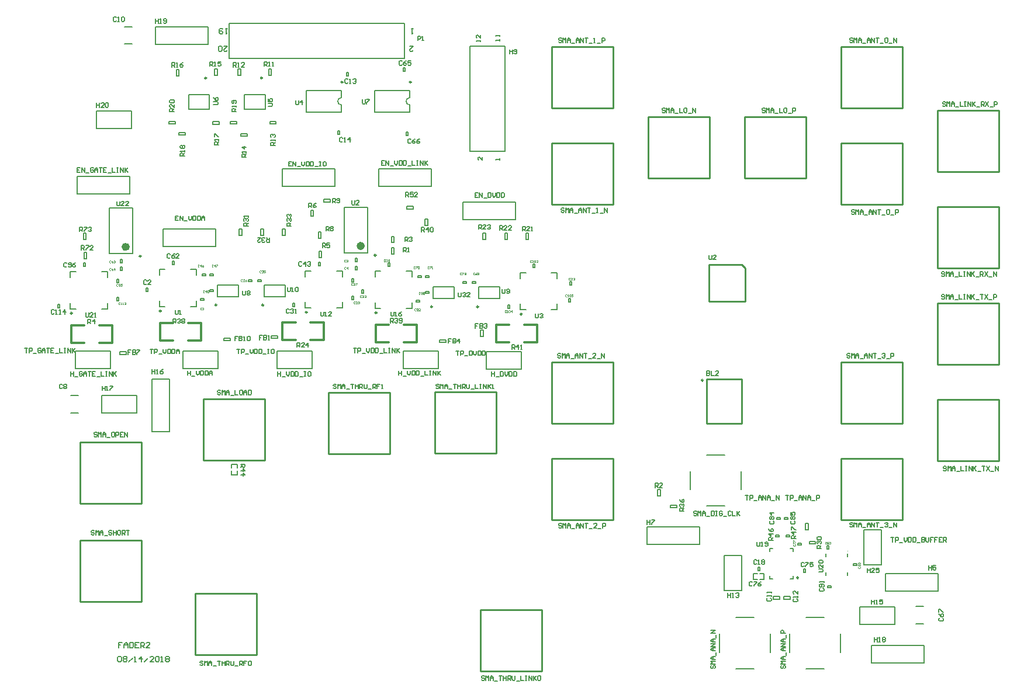
<source format=gto>
G04 Layer_Color=65535*
%FSLAX25Y25*%
%MOIN*%
G70*
G01*
G75*
%ADD37C,0.01000*%
%ADD38C,0.01200*%
%ADD39C,0.00500*%
%ADD42C,0.00800*%
%ADD111C,0.00984*%
%ADD112C,0.00394*%
%ADD113C,0.02362*%
%ADD114C,0.00787*%
%ADD115C,0.00200*%
D37*
X296990Y11191D02*
Y46191D01*
X261990Y11191D02*
X296990D01*
X261990D02*
Y46191D01*
X296990D01*
X392138Y243122D02*
X410878D01*
X412878Y241122D01*
Y222122D02*
Y241122D01*
X392138Y222122D02*
X412878D01*
X392138D02*
Y243122D01*
X391000Y152500D02*
Y178000D01*
Y152500D02*
X411000D01*
Y178000D01*
X391000D02*
X411000D01*
X270940Y135591D02*
Y170591D01*
X235940Y135591D02*
X270940D01*
X235940D02*
Y170591D01*
X270940D01*
X302500Y152500D02*
X337500D01*
X302500D02*
Y187500D01*
X337500D01*
Y152500D02*
Y187500D01*
X302500Y97500D02*
X337500D01*
X302500D02*
Y132500D01*
X337500D01*
Y97500D02*
Y132500D01*
X302500Y277500D02*
X337500D01*
X302500D02*
Y312500D01*
X337500D01*
Y277500D02*
Y312500D01*
X302500Y332500D02*
X337500D01*
X302500D02*
Y367500D01*
X337500D01*
Y332500D02*
Y367500D01*
X357500Y292500D02*
X392500D01*
X357500D02*
Y327500D01*
X392500D01*
Y292500D02*
Y327500D01*
X412500Y292500D02*
X447500D01*
X412500D02*
Y327500D01*
X447500D01*
Y292500D02*
Y327500D01*
X467500Y277500D02*
X502500D01*
X467500D02*
Y312500D01*
X502500D01*
Y277500D02*
Y312500D01*
X467500Y332500D02*
X502500D01*
X467500D02*
Y367500D01*
X502500D01*
Y332500D02*
Y367500D01*
X522421Y296085D02*
X557421D01*
X522421D02*
Y331085D01*
X557421D01*
Y296085D02*
Y331085D01*
X522421Y241085D02*
X557421D01*
X522421D02*
Y276085D01*
X557421D01*
Y241085D02*
Y276085D01*
X522421Y186085D02*
X557421D01*
X522421D02*
Y221085D01*
X557421D01*
Y186085D02*
Y221085D01*
X522421Y131085D02*
X557421D01*
X522421D02*
Y166085D01*
X557421D01*
Y131085D02*
Y166085D01*
X467500Y152500D02*
X502500D01*
X467500D02*
Y187500D01*
X502500D01*
Y152500D02*
Y187500D01*
X467500Y97500D02*
X502500D01*
X467500D02*
Y132500D01*
X502500D01*
Y97500D02*
Y132500D01*
X175091Y135060D02*
X210091D01*
X175091D02*
Y170060D01*
X210091D01*
Y135060D02*
Y170060D01*
X99191Y20510D02*
X134191D01*
X99191D02*
Y55510D01*
X134191D01*
Y20510D02*
Y55510D01*
X33492Y106992D02*
Y141992D01*
X68492D01*
Y106992D02*
Y141992D01*
X33492Y106992D02*
X68492D01*
X33492Y50992D02*
Y85992D01*
X68492D01*
Y50992D02*
Y85992D01*
X33492Y50992D02*
X68492D01*
X103992Y131492D02*
Y166492D01*
X138992D01*
Y131492D02*
Y166492D01*
X103992Y131492D02*
X138992D01*
D38*
X79031Y209724D02*
X86531D01*
X79031Y199724D02*
X86531D01*
X95031D02*
X102531D01*
X95031Y209724D02*
X102531D01*
X79031Y199724D02*
Y209724D01*
X102531Y199724D02*
Y209724D01*
X52000Y198500D02*
Y208500D01*
X28500Y198500D02*
Y208500D01*
X44500D02*
X52000D01*
X44500Y198500D02*
X52000D01*
X28500D02*
X36000D01*
X28500Y208500D02*
X36000D01*
X148982Y200083D02*
Y210083D01*
X172482Y200083D02*
Y210083D01*
X148982Y200083D02*
X156482D01*
X148982Y210083D02*
X156482D01*
X164982D02*
X172482D01*
X164982Y200083D02*
X172482D01*
X202031Y208724D02*
X209531D01*
X202031Y198724D02*
X209531D01*
X218031D02*
X225531D01*
X218031Y208724D02*
X225531D01*
X202031Y198724D02*
Y208724D01*
X225531Y198724D02*
Y208724D01*
X286782Y198883D02*
X294282D01*
X286782Y208883D02*
X294282D01*
X270782D02*
X278282D01*
X270782Y198883D02*
X278282D01*
X294282D02*
Y208883D01*
X270782Y198883D02*
Y208883D01*
D39*
X447205Y95500D02*
X448705D01*
X447205Y91900D02*
Y95500D01*
Y91900D02*
X448705D01*
Y95500D01*
X123331Y127014D02*
Y129314D01*
X119731D02*
X123331D01*
X119731Y127014D02*
Y129314D01*
Y123214D02*
Y125514D01*
Y123214D02*
X123331D01*
Y125514D01*
X56200Y193500D02*
X59800D01*
Y192000D02*
Y193500D01*
X56200Y192000D02*
X59800D01*
X56200D02*
Y193500D01*
X35482Y242083D02*
X36482D01*
Y244083D01*
X35482D02*
X36482D01*
X35482Y242083D02*
Y244083D01*
X54482Y232783D02*
X55482D01*
Y234783D01*
X54482D02*
X55482D01*
X54482Y232783D02*
Y234783D01*
X20982Y220583D02*
X21982D01*
X20982Y218583D02*
Y220583D01*
Y218583D02*
X21982D01*
Y220583D01*
X54482Y222583D02*
X55482D01*
Y224583D01*
X54482D02*
X55482D01*
X54482Y222583D02*
Y224583D01*
X35682Y250183D02*
X37182D01*
X35682Y246583D02*
Y250183D01*
Y246583D02*
X37182D01*
Y250183D01*
X35482Y261183D02*
X36982D01*
X35482Y257583D02*
Y261183D01*
Y257583D02*
X36982D01*
Y261183D01*
X56482Y239683D02*
Y241683D01*
X57482D01*
Y239683D02*
Y241683D01*
X56482Y239683D02*
X57482D01*
X56482Y244283D02*
Y246283D01*
X57482D01*
Y244283D02*
Y246283D01*
X56482Y244283D02*
X57482D01*
X364500Y111200D02*
Y114800D01*
X363000Y111200D02*
X364500D01*
X363000D02*
Y114800D01*
X364500D01*
X370200Y104500D02*
X373800D01*
X370200D02*
Y106000D01*
X373800D01*
Y104500D02*
Y106000D01*
X190482Y244783D02*
Y246783D01*
X191482D01*
Y244783D02*
Y246783D01*
X190482Y244783D02*
X191482D01*
X190482Y240183D02*
Y242183D01*
X191482D01*
Y240183D02*
Y242183D01*
X190482Y240183D02*
X191482D01*
X211082Y252883D02*
X212582D01*
X211082Y249283D02*
Y252883D01*
Y249283D02*
X212582D01*
Y252883D01*
X211082Y255683D02*
X212582D01*
Y259283D01*
X211082D02*
X212582D01*
X211082Y255683D02*
Y259283D01*
X165082Y270683D02*
X166582D01*
Y274283D01*
X165082D02*
X166582D01*
X165082Y270683D02*
Y274283D01*
X176082Y278983D02*
Y280483D01*
X172482D02*
X176082D01*
X172482Y278983D02*
Y280483D01*
Y278983D02*
X176082D01*
X169482Y261683D02*
X170982D01*
X169482Y258083D02*
Y261683D01*
Y258083D02*
X170982D01*
Y261683D01*
X169682Y250683D02*
X171182D01*
X169682Y247083D02*
Y250683D01*
Y247083D02*
X171182D01*
Y250683D01*
X134682Y233483D02*
Y234483D01*
Y233483D02*
X136682D01*
Y234483D01*
X134682D02*
X136682D01*
X129482Y233483D02*
Y234483D01*
Y233483D02*
X131482D01*
Y234483D01*
X129482D02*
X131482D01*
X188482Y223083D02*
X189482D01*
Y225083D01*
X188482D02*
X189482D01*
X188482Y223083D02*
Y225083D01*
X154982Y221083D02*
X155982D01*
X154982Y219083D02*
Y221083D01*
Y219083D02*
X155982D01*
Y221083D01*
X188482Y233283D02*
X189482D01*
Y235283D01*
X188482D02*
X189482D01*
X188482Y233283D02*
Y235283D01*
X169482Y242583D02*
X170482D01*
Y244583D01*
X169482D02*
X170482D01*
X169482Y242583D02*
Y244583D01*
X142504Y202583D02*
X146104D01*
Y201083D02*
Y202583D01*
X142504Y201083D02*
X146104D01*
X142504D02*
Y202583D01*
X263182Y261183D02*
X264682D01*
X263182Y257583D02*
Y261183D01*
Y257583D02*
X264682D01*
Y261183D01*
X275682D02*
X277182D01*
X275682Y257583D02*
Y261183D01*
Y257583D02*
X277182D01*
Y261183D01*
X287782D02*
X289282D01*
X287782Y257583D02*
Y261183D01*
Y257583D02*
X289282D01*
Y261183D01*
X148995Y259897D02*
X150495D01*
Y263497D01*
X148995D02*
X150495D01*
X148995Y259897D02*
Y263497D01*
X136595Y259897D02*
X138095D01*
Y263497D01*
X136595D02*
X138095D01*
X136595Y259897D02*
Y263497D01*
X124195Y259897D02*
X125695D01*
Y263497D01*
X124195D02*
X125695D01*
X124195Y259897D02*
Y263497D01*
X312782Y231383D02*
Y233383D01*
X313782D01*
Y231383D02*
Y233383D01*
X312782Y231383D02*
X313782D01*
X225231Y221724D02*
X227231D01*
X225231D02*
Y222724D01*
X227231D01*
Y221724D02*
Y222724D01*
X195282Y226883D02*
Y228883D01*
X194282Y226883D02*
X195282D01*
X194282D02*
Y228883D01*
X195282D01*
X230631Y227724D02*
X232631D01*
Y226724D02*
Y227724D01*
X230631Y226724D02*
X232631D01*
X230631D02*
Y227724D01*
X209231Y242224D02*
Y244224D01*
X210231D01*
Y242224D02*
Y244224D01*
X209231Y242224D02*
X210231D01*
X257282Y233455D02*
X259282D01*
Y232455D02*
Y233455D01*
X257282Y232455D02*
X259282D01*
X257282D02*
Y233455D01*
X226331Y235693D02*
X228331D01*
X226331D02*
Y236693D01*
X228331D01*
Y235693D02*
Y236693D01*
X230631Y235693D02*
X232631D01*
X230631D02*
Y236693D01*
X232631D01*
Y235693D02*
Y236693D01*
X251982Y233483D02*
X253982D01*
Y232483D02*
Y233483D01*
X251982Y232483D02*
X253982D01*
X251982D02*
Y233483D01*
X291982Y241583D02*
Y243583D01*
X292982D01*
Y241583D02*
Y243583D01*
X291982Y241583D02*
X292982D01*
X278482Y218083D02*
Y220083D01*
X277482Y218083D02*
X278482D01*
X277482D02*
Y220083D01*
X278482D01*
X312282Y221883D02*
Y223883D01*
X313282D01*
Y221883D02*
Y223883D01*
X312282Y221883D02*
X313282D01*
X262000Y205800D02*
X263500D01*
X262000Y202200D02*
Y205800D01*
Y202200D02*
X263500D01*
Y205800D01*
X238431Y198824D02*
Y200324D01*
Y198824D02*
X242031D01*
Y200324D01*
X238431D02*
X242031D01*
X230282Y269183D02*
X231782D01*
X230282Y265583D02*
Y269183D01*
Y265583D02*
X231782D01*
Y269183D01*
X223582Y274883D02*
Y276383D01*
X219982D02*
X223582D01*
X219982Y274883D02*
Y276383D01*
Y274883D02*
X223582D01*
X115431Y199824D02*
Y201324D01*
Y199824D02*
X119031D01*
Y201324D01*
X115431D02*
X119031D01*
X107631Y236693D02*
X109631D01*
X107631D02*
Y237693D01*
X109631D01*
Y236693D02*
Y237693D01*
X103331Y236693D02*
X105331D01*
X103331D02*
Y237693D01*
X105331D01*
Y236693D02*
Y237693D01*
X86231Y243224D02*
Y245224D01*
X87231D01*
Y243224D02*
Y245224D01*
X86231Y243224D02*
X87231D01*
X107631Y228724D02*
X109631D01*
Y227724D02*
Y228724D01*
X107631Y227724D02*
X109631D01*
X107631D02*
Y228724D01*
X72282Y227883D02*
Y229883D01*
X71282Y227883D02*
X72282D01*
X71282D02*
Y229883D01*
X72282D01*
X102231Y222724D02*
X104231D01*
X102231D02*
Y223724D01*
X104231D01*
Y222724D02*
Y223724D01*
X217941Y355467D02*
X218941D01*
X217941Y353467D02*
Y355467D01*
Y353467D02*
X218941D01*
Y355467D01*
X180441Y317382D02*
X181441D01*
Y319382D01*
X180441D02*
X181441D01*
X180441Y317382D02*
Y319382D01*
X84133Y323474D02*
Y324974D01*
Y323474D02*
X87733D01*
Y324974D01*
X84133D02*
X87733D01*
X119333Y323474D02*
Y324974D01*
Y323474D02*
X122933D01*
Y324974D01*
X119333D02*
X122933D01*
X89933Y317074D02*
Y318574D01*
Y317074D02*
X93533D01*
Y318574D01*
X89933D02*
X93533D01*
X109333Y323196D02*
Y324696D01*
Y323196D02*
X112933D01*
Y324696D01*
X109333D02*
X112933D01*
X88433Y350874D02*
X89933D01*
Y354474D01*
X88433D02*
X89933D01*
X88433Y350874D02*
Y354474D01*
X110233Y354918D02*
X111733D01*
X110233Y351318D02*
Y354918D01*
Y351318D02*
X111733D01*
Y354918D01*
X128733Y316374D02*
Y317874D01*
X125133D02*
X128733D01*
X125133Y316374D02*
Y317874D01*
Y316374D02*
X128733D01*
X141733Y323374D02*
Y324874D01*
Y323374D02*
X145333D01*
Y324874D01*
X141733D02*
X145333D01*
X123633Y351318D02*
X125133D01*
Y354918D01*
X123633D02*
X125133D01*
X123633Y351318D02*
Y354918D01*
X141033D02*
X142533D01*
X141033Y351318D02*
Y354918D01*
Y351318D02*
X142533D01*
Y354918D01*
X219441Y316882D02*
X220441D01*
Y318882D01*
X219441D02*
X220441D01*
X219441Y316882D02*
Y318882D01*
X185441Y350882D02*
X186441D01*
Y352882D01*
X185441D02*
X186441D01*
X185441Y350882D02*
Y352882D01*
X460006Y58900D02*
Y59900D01*
Y58900D02*
X462006D01*
Y59900D01*
X460006D02*
X462006D01*
X474500Y71500D02*
Y72500D01*
Y71500D02*
X476500D01*
Y72500D01*
X474500D02*
X476500D01*
X421105Y68584D02*
Y70584D01*
X420106Y68584D02*
X421105D01*
X420106D02*
Y70584D01*
X421105D01*
X446105Y67384D02*
Y69384D01*
X447106D01*
Y67384D02*
Y69384D01*
X446105Y67384D02*
X447106D01*
X417506Y63384D02*
X419805D01*
X417506D02*
Y66984D01*
X419805D01*
X421306D02*
X423605D01*
Y63384D02*
Y66984D01*
X421306Y63384D02*
X423605D01*
X442700Y83200D02*
X444700D01*
X442700D02*
Y84200D01*
X444700D01*
Y83200D02*
Y84200D01*
X430121Y87705D02*
X432121D01*
X430121D02*
Y88705D01*
X432121D01*
Y87705D02*
Y88705D01*
X436121D02*
X438121D01*
Y87705D02*
Y88705D01*
X436121Y87705D02*
X438121D01*
X436121D02*
Y88705D01*
X431000Y98800D02*
X433000D01*
Y97800D02*
Y98800D01*
X431000Y97800D02*
X433000D01*
X431000D02*
Y98800D01*
X453006Y83700D02*
Y85200D01*
X449405D02*
X453006D01*
X449405Y83700D02*
Y85200D01*
Y83700D02*
X453006D01*
X435200Y98700D02*
X437200D01*
Y97700D02*
Y98700D01*
X435200Y97700D02*
X437200D01*
X435200D02*
Y98700D01*
X428897Y53708D02*
X432497D01*
Y52208D02*
Y53708D01*
X428897Y52208D02*
X432497D01*
X428897D02*
Y53708D01*
X434897Y52208D02*
X438497D01*
X434897D02*
Y53708D01*
X438497D01*
Y52208D02*
Y53708D01*
X459606Y82700D02*
X460605D01*
X459606Y80700D02*
Y82700D01*
Y80700D02*
X460605D01*
Y82700D01*
X87731Y217323D02*
Y215240D01*
X88147Y214824D01*
X88980D01*
X89397Y215240D01*
Y217323D01*
X90230Y214824D02*
X91063D01*
X90646D01*
Y217323D01*
X90230Y216906D01*
X454698Y67708D02*
X456781D01*
X457197Y68125D01*
Y68958D01*
X456781Y69374D01*
X454698D01*
X457197Y71873D02*
Y70207D01*
X455531Y71873D01*
X455115D01*
X454698Y71457D01*
Y70624D01*
X455115Y70207D01*
Y72707D02*
X454698Y73123D01*
Y73956D01*
X455115Y74373D01*
X456781D01*
X457197Y73956D01*
Y73123D01*
X456781Y72707D01*
X455115D01*
X264166Y8083D02*
X263750Y8499D01*
X262916D01*
X262500Y8083D01*
Y7666D01*
X262916Y7250D01*
X263750D01*
X264166Y6833D01*
Y6417D01*
X263750Y6000D01*
X262916D01*
X262500Y6417D01*
X264999Y6000D02*
Y8499D01*
X265832Y7666D01*
X266665Y8499D01*
Y6000D01*
X267498D02*
Y7666D01*
X268331Y8499D01*
X269164Y7666D01*
Y6000D01*
Y7250D01*
X267498D01*
X269998Y5584D02*
X271664D01*
X272497Y8499D02*
X274163D01*
X273330D01*
Y6000D01*
X274996Y8499D02*
Y6000D01*
Y7250D01*
X276662D01*
Y8499D01*
Y6000D01*
X277495D02*
Y8499D01*
X278745D01*
X279161Y8083D01*
Y7250D01*
X278745Y6833D01*
X277495D01*
X278328D02*
X279161Y6000D01*
X279994Y8499D02*
Y6417D01*
X280411Y6000D01*
X281244D01*
X281660Y6417D01*
Y8499D01*
X282493Y5584D02*
X284160D01*
X284993Y8499D02*
Y6000D01*
X286659D01*
X287492Y8499D02*
X288325D01*
X287908D01*
Y6000D01*
X287492D01*
X288325D01*
X289575D02*
Y8499D01*
X291241Y6000D01*
Y8499D01*
X292074D02*
Y6000D01*
Y6833D01*
X293740Y8499D01*
X292490Y7250D01*
X293740Y6000D01*
X294573Y8083D02*
X294989Y8499D01*
X295823D01*
X296239Y8083D01*
Y6417D01*
X295823Y6000D01*
X294989D01*
X294573Y6417D01*
Y8083D01*
X385166Y102083D02*
X384750Y102499D01*
X383916D01*
X383500Y102083D01*
Y101666D01*
X383916Y101250D01*
X384750D01*
X385166Y100833D01*
Y100417D01*
X384750Y100000D01*
X383916D01*
X383500Y100417D01*
X385999Y100000D02*
Y102499D01*
X386832Y101666D01*
X387665Y102499D01*
Y100000D01*
X388498D02*
Y101666D01*
X389331Y102499D01*
X390164Y101666D01*
Y100000D01*
Y101250D01*
X388498D01*
X390998Y99584D02*
X392664D01*
X393497Y102499D02*
Y100000D01*
X394746D01*
X395163Y100417D01*
Y102083D01*
X394746Y102499D01*
X393497D01*
X395996D02*
X396829D01*
X396412D01*
Y100000D01*
X395996D01*
X396829D01*
X399745Y102083D02*
X399328Y102499D01*
X398495D01*
X398079Y102083D01*
Y100417D01*
X398495Y100000D01*
X399328D01*
X399745Y100417D01*
Y101250D01*
X398912D01*
X400578Y99584D02*
X402244D01*
X404743Y102083D02*
X404327Y102499D01*
X403493D01*
X403077Y102083D01*
Y100417D01*
X403493Y100000D01*
X404327D01*
X404743Y100417D01*
X405576Y102499D02*
Y100000D01*
X407242D01*
X408075Y102499D02*
Y100000D01*
Y100833D01*
X409741Y102499D01*
X408492Y101250D01*
X409741Y100000D01*
X433615Y14374D02*
X433198Y13958D01*
Y13125D01*
X433615Y12708D01*
X434031D01*
X434448Y13125D01*
Y13958D01*
X434864Y14374D01*
X435281D01*
X435697Y13958D01*
Y13125D01*
X435281Y12708D01*
X435697Y15207D02*
X433198D01*
X434031Y16040D01*
X433198Y16873D01*
X435697D01*
Y17706D02*
X434031D01*
X433198Y18540D01*
X434031Y19373D01*
X435697D01*
X434448D01*
Y17706D01*
X436114Y20206D02*
Y21872D01*
X435697Y22705D02*
X434031D01*
X433198Y23538D01*
X434031Y24371D01*
X435697D01*
X434448D01*
Y22705D01*
X435697Y25204D02*
X433198D01*
X435697Y26870D01*
X433198D01*
X435697Y27703D02*
X434031D01*
X433198Y28536D01*
X434031Y29369D01*
X435697D01*
X434448D01*
Y27703D01*
X436114Y30202D02*
Y31869D01*
X435697Y32702D02*
X433198D01*
Y33951D01*
X433615Y34368D01*
X434448D01*
X434864Y33951D01*
Y32702D01*
X2000Y195499D02*
X3666D01*
X2833D01*
Y193000D01*
X4499D02*
Y195499D01*
X5749D01*
X6165Y195083D01*
Y194250D01*
X5749Y193833D01*
X4499D01*
X6998Y192584D02*
X8664D01*
X11164Y195083D02*
X10747Y195499D01*
X9914D01*
X9498Y195083D01*
Y193417D01*
X9914Y193000D01*
X10747D01*
X11164Y193417D01*
Y194250D01*
X10331D01*
X11997Y193000D02*
Y194666D01*
X12830Y195499D01*
X13663Y194666D01*
Y193000D01*
Y194250D01*
X11997D01*
X14496Y195499D02*
X16162D01*
X15329D01*
Y193000D01*
X18661Y195499D02*
X16995D01*
Y193000D01*
X18661D01*
X16995Y194250D02*
X17828D01*
X19494Y192584D02*
X21160D01*
X21993Y195499D02*
Y193000D01*
X23660D01*
X24493Y195499D02*
X25326D01*
X24909D01*
Y193000D01*
X24493D01*
X25326D01*
X26575D02*
Y195499D01*
X28242Y193000D01*
Y195499D01*
X29075D02*
Y193000D01*
Y193833D01*
X30741Y195499D01*
X29491Y194250D01*
X30741Y193000D01*
X189500Y195499D02*
X191166D01*
X190333D01*
Y193000D01*
X191999D02*
Y195499D01*
X193249D01*
X193665Y195083D01*
Y194250D01*
X193249Y193833D01*
X191999D01*
X194498Y192584D02*
X196165D01*
X196998Y195499D02*
Y193833D01*
X197831Y193000D01*
X198664Y193833D01*
Y195499D01*
X199497D02*
Y193000D01*
X200746D01*
X201163Y193417D01*
Y195083D01*
X200746Y195499D01*
X199497D01*
X201996D02*
Y193000D01*
X203246D01*
X203662Y193417D01*
Y195083D01*
X203246Y195499D01*
X201996D01*
X204495Y192584D02*
X206161D01*
X206994Y195499D02*
Y193000D01*
X208661D01*
X209493Y195499D02*
X210327D01*
X209910D01*
Y193000D01*
X209493D01*
X210327D01*
X211576D02*
Y195499D01*
X213242Y193000D01*
Y195499D01*
X214075D02*
Y193000D01*
Y193833D01*
X215741Y195499D01*
X214492Y194250D01*
X215741Y193000D01*
X496000Y87499D02*
X497666D01*
X496833D01*
Y85000D01*
X498499D02*
Y87499D01*
X499749D01*
X500165Y87083D01*
Y86250D01*
X499749Y85833D01*
X498499D01*
X500998Y84583D02*
X502665D01*
X503498Y87499D02*
Y85833D01*
X504331Y85000D01*
X505164Y85833D01*
Y87499D01*
X505997D02*
Y85000D01*
X507246D01*
X507663Y85417D01*
Y87083D01*
X507246Y87499D01*
X505997D01*
X508496D02*
Y85000D01*
X509746D01*
X510162Y85417D01*
Y87083D01*
X509746Y87499D01*
X508496D01*
X510995Y84583D02*
X512661D01*
X513494Y87499D02*
Y85000D01*
X514744D01*
X515161Y85417D01*
Y85833D01*
X514744Y86250D01*
X513494D01*
X514744D01*
X515161Y86666D01*
Y87083D01*
X514744Y87499D01*
X513494D01*
X515993D02*
Y85417D01*
X516410Y85000D01*
X517243D01*
X517660Y85417D01*
Y87499D01*
X520159D02*
X518493D01*
Y86250D01*
X519326D01*
X518493D01*
Y85000D01*
X522658Y87499D02*
X520992D01*
Y86250D01*
X521825D01*
X520992D01*
Y85000D01*
X525157Y87499D02*
X523491D01*
Y85000D01*
X525157D01*
X523491Y86250D02*
X524324D01*
X525990Y85000D02*
Y87499D01*
X527240D01*
X527656Y87083D01*
Y86250D01*
X527240Y85833D01*
X525990D01*
X526823D02*
X527656Y85000D01*
X140834Y333674D02*
X142916D01*
X143333Y334090D01*
Y334923D01*
X142916Y335340D01*
X140834D01*
Y337839D02*
Y336173D01*
X142083D01*
X141667Y337006D01*
Y337422D01*
X142083Y337839D01*
X142916D01*
X143333Y337422D01*
Y336589D01*
X142916Y336173D01*
X126199Y228199D02*
Y226117D01*
X126616Y225700D01*
X127449D01*
X127865Y226117D01*
Y228199D01*
X128698Y227783D02*
X129115Y228199D01*
X129948D01*
X130365Y227783D01*
Y227366D01*
X129948Y226950D01*
X130365Y226533D01*
Y226117D01*
X129948Y225700D01*
X129115D01*
X128698Y226117D01*
Y226533D01*
X129115Y226950D01*
X128698Y227366D01*
Y227783D01*
X129115Y226950D02*
X129948D01*
X419500Y84999D02*
Y82916D01*
X419916Y82500D01*
X420750D01*
X421166Y82916D01*
Y84999D01*
X421999Y82500D02*
X422832D01*
X422416D01*
Y84999D01*
X421999Y84583D01*
X424082Y82916D02*
X424498Y82500D01*
X425331D01*
X425748Y82916D01*
Y84583D01*
X425331Y84999D01*
X424498D01*
X424082Y84583D01*
Y84166D01*
X424498Y83750D01*
X425748D01*
X278500Y365999D02*
Y363500D01*
Y364750D01*
X280166D01*
Y365999D01*
Y363500D01*
X280999Y363916D02*
X281416Y363500D01*
X282249D01*
X282665Y363916D01*
Y365583D01*
X282249Y365999D01*
X281416D01*
X280999Y365583D01*
Y365166D01*
X281416Y364750D01*
X282665D01*
X262000Y370500D02*
Y371333D01*
Y370917D01*
X259501D01*
X259917Y370500D01*
X262000Y374249D02*
Y372583D01*
X260334Y374249D01*
X259917D01*
X259501Y373832D01*
Y372999D01*
X259917Y372583D01*
X273000Y373500D02*
Y374333D01*
Y373917D01*
X270501D01*
X270917Y373500D01*
X273000Y370882D02*
Y371715D01*
Y371298D01*
X270501D01*
X270917Y370882D01*
X273000Y302882D02*
Y303715D01*
Y303298D01*
X270501D01*
X270917Y302882D01*
X263000Y304548D02*
Y302882D01*
X261334Y304548D01*
X260917D01*
X260501Y304132D01*
Y303298D01*
X260917Y302882D01*
X226067Y371126D02*
Y373625D01*
X227317D01*
X227733Y373209D01*
Y372376D01*
X227317Y371959D01*
X226067D01*
X228566Y371126D02*
X229399D01*
X228983D01*
Y373625D01*
X228566Y373209D01*
X517508Y71507D02*
Y69008D01*
Y70258D01*
X519174D01*
Y71507D01*
Y69008D01*
X521673Y71507D02*
X520007D01*
Y70258D01*
X520840Y70674D01*
X521257D01*
X521673Y70258D01*
Y69425D01*
X521257Y69008D01*
X520424D01*
X520007Y69425D01*
X43000Y335499D02*
Y333000D01*
Y334250D01*
X44666D01*
Y335499D01*
Y333000D01*
X47165D02*
X45499D01*
X47165Y334666D01*
Y335083D01*
X46749Y335499D01*
X45916D01*
X45499Y335083D01*
X47998D02*
X48415Y335499D01*
X49248D01*
X49665Y335083D01*
Y333417D01*
X49248Y333000D01*
X48415D01*
X47998Y333417D01*
Y335083D01*
X392176Y248613D02*
Y246530D01*
X392593Y246114D01*
X393426D01*
X393842Y246530D01*
Y248613D01*
X396342Y246114D02*
X394675D01*
X396342Y247780D01*
Y248196D01*
X395925Y248613D01*
X395092D01*
X394675Y248196D01*
X391000Y182499D02*
Y180000D01*
X392250D01*
X392666Y180417D01*
Y180833D01*
X392250Y181250D01*
X391000D01*
X392250D01*
X392666Y181666D01*
Y182083D01*
X392250Y182499D01*
X391000D01*
X393499D02*
Y180000D01*
X395165D01*
X397664D02*
X395998D01*
X397664Y181666D01*
Y182083D01*
X397248Y182499D01*
X396415D01*
X395998Y182083D01*
X188482Y279782D02*
Y277699D01*
X188898Y277283D01*
X189731D01*
X190148Y277699D01*
Y279782D01*
X192647Y277283D02*
X190981D01*
X192647Y278949D01*
Y279365D01*
X192231Y279782D01*
X191398D01*
X190981Y279365D01*
X156500Y336999D02*
Y334916D01*
X156916Y334500D01*
X157750D01*
X158166Y334916D01*
Y336999D01*
X160249Y334500D02*
Y336999D01*
X158999Y335750D01*
X160665D01*
X523709Y41363D02*
X523293Y40947D01*
Y40114D01*
X523709Y39697D01*
X525375D01*
X525792Y40114D01*
Y40947D01*
X525375Y41363D01*
X523293Y43863D02*
X523709Y43030D01*
X524542Y42197D01*
X525375D01*
X525792Y42613D01*
Y43446D01*
X525375Y43863D01*
X524959D01*
X524542Y43446D01*
Y42197D01*
X523293Y44696D02*
Y46362D01*
X523709D01*
X525375Y44696D01*
X525792D01*
X86531Y209724D02*
Y212223D01*
X87780D01*
X88197Y211806D01*
Y210973D01*
X87780Y210557D01*
X86531D01*
X87364D02*
X88197Y209724D01*
X89030Y211806D02*
X89446Y212223D01*
X90280D01*
X90696Y211806D01*
Y211390D01*
X90280Y210973D01*
X89863D01*
X90280D01*
X90696Y210557D01*
Y210140D01*
X90280Y209724D01*
X89446D01*
X89030Y210140D01*
X91529Y211806D02*
X91946Y212223D01*
X92779D01*
X93195Y211806D01*
Y211390D01*
X92779Y210973D01*
X93195Y210557D01*
Y210140D01*
X92779Y209724D01*
X91946D01*
X91529Y210140D01*
Y210557D01*
X91946Y210973D01*
X91529Y211390D01*
Y211806D01*
X91946Y210973D02*
X92779D01*
X238166Y174583D02*
X237750Y174999D01*
X236916D01*
X236500Y174583D01*
Y174166D01*
X236916Y173750D01*
X237750D01*
X238166Y173333D01*
Y172916D01*
X237750Y172500D01*
X236916D01*
X236500Y172916D01*
X238999Y172500D02*
Y174999D01*
X239832Y174166D01*
X240665Y174999D01*
Y172500D01*
X241498D02*
Y174166D01*
X242331Y174999D01*
X243164Y174166D01*
Y172500D01*
Y173750D01*
X241498D01*
X243998Y172083D02*
X245664D01*
X246497Y174999D02*
X248163D01*
X247330D01*
Y172500D01*
X248996Y174999D02*
Y172500D01*
Y173750D01*
X250662D01*
Y174999D01*
Y172500D01*
X251495D02*
Y174999D01*
X252745D01*
X253161Y174583D01*
Y173750D01*
X252745Y173333D01*
X251495D01*
X252328D02*
X253161Y172500D01*
X253994Y174999D02*
Y172916D01*
X254411Y172500D01*
X255244D01*
X255660Y172916D01*
Y174999D01*
X256493Y172083D02*
X258160D01*
X258993Y174999D02*
Y172500D01*
X260659D01*
X261492Y174999D02*
X262325D01*
X261908D01*
Y172500D01*
X261492D01*
X262325D01*
X263575D02*
Y174999D01*
X265241Y172500D01*
Y174999D01*
X266074D02*
Y172500D01*
Y173333D01*
X267740Y174999D01*
X266490Y173750D01*
X267740Y172500D01*
X268573D02*
X269406D01*
X268989D01*
Y174999D01*
X268573Y174583D01*
X307666Y192083D02*
X307250Y192499D01*
X306417D01*
X306000Y192083D01*
Y191666D01*
X306417Y191250D01*
X307250D01*
X307666Y190833D01*
Y190417D01*
X307250Y190000D01*
X306417D01*
X306000Y190417D01*
X308499Y190000D02*
Y192499D01*
X309332Y191666D01*
X310165Y192499D01*
Y190000D01*
X310998D02*
Y191666D01*
X311831Y192499D01*
X312665Y191666D01*
Y190000D01*
Y191250D01*
X310998D01*
X313498Y189584D02*
X315164D01*
X315997Y190000D02*
Y191666D01*
X316830Y192499D01*
X317663Y191666D01*
Y190000D01*
Y191250D01*
X315997D01*
X318496Y190000D02*
Y192499D01*
X320162Y190000D01*
Y192499D01*
X320995D02*
X322661D01*
X321828D01*
Y190000D01*
X323494Y189584D02*
X325161D01*
X327660Y190000D02*
X325993D01*
X327660Y191666D01*
Y192083D01*
X327243Y192499D01*
X326410D01*
X325993Y192083D01*
X328493Y189584D02*
X330159D01*
X330992Y190000D02*
Y192499D01*
X332658Y190000D01*
Y192499D01*
X308166Y95083D02*
X307750Y95499D01*
X306916D01*
X306500Y95083D01*
Y94666D01*
X306916Y94250D01*
X307750D01*
X308166Y93833D01*
Y93417D01*
X307750Y93000D01*
X306916D01*
X306500Y93417D01*
X308999Y93000D02*
Y95499D01*
X309832Y94666D01*
X310665Y95499D01*
Y93000D01*
X311498D02*
Y94666D01*
X312331Y95499D01*
X313164Y94666D01*
Y93000D01*
Y94250D01*
X311498D01*
X313998Y92584D02*
X315664D01*
X316497Y93000D02*
Y94666D01*
X317330Y95499D01*
X318163Y94666D01*
Y93000D01*
Y94250D01*
X316497D01*
X318996Y93000D02*
Y95499D01*
X320662Y93000D01*
Y95499D01*
X321495D02*
X323161D01*
X322328D01*
Y93000D01*
X323994Y92584D02*
X325660D01*
X328160Y93000D02*
X326494D01*
X328160Y94666D01*
Y95083D01*
X327743Y95499D01*
X326910D01*
X326494Y95083D01*
X328993Y92584D02*
X330659D01*
X331492Y93000D02*
Y95499D01*
X332741D01*
X333158Y95083D01*
Y94250D01*
X332741Y93833D01*
X331492D01*
X309666Y275083D02*
X309250Y275499D01*
X308417D01*
X308000Y275083D01*
Y274666D01*
X308417Y274250D01*
X309250D01*
X309666Y273833D01*
Y273416D01*
X309250Y273000D01*
X308417D01*
X308000Y273416D01*
X310499Y273000D02*
Y275499D01*
X311332Y274666D01*
X312165Y275499D01*
Y273000D01*
X312998D02*
Y274666D01*
X313831Y275499D01*
X314665Y274666D01*
Y273000D01*
Y274250D01*
X312998D01*
X315498Y272584D02*
X317164D01*
X317997Y273000D02*
Y274666D01*
X318830Y275499D01*
X319663Y274666D01*
Y273000D01*
Y274250D01*
X317997D01*
X320496Y273000D02*
Y275499D01*
X322162Y273000D01*
Y275499D01*
X322995D02*
X324661D01*
X323828D01*
Y273000D01*
X325494Y272584D02*
X327160D01*
X327993Y273000D02*
X328827D01*
X328410D01*
Y275499D01*
X327993Y275083D01*
X330076Y272584D02*
X331742D01*
X332575Y273000D02*
Y275499D01*
X334242Y273000D01*
Y275499D01*
X308166Y372083D02*
X307750Y372499D01*
X306916D01*
X306500Y372083D01*
Y371666D01*
X306916Y371250D01*
X307750D01*
X308166Y370833D01*
Y370416D01*
X307750Y370000D01*
X306916D01*
X306500Y370416D01*
X308999Y370000D02*
Y372499D01*
X309832Y371666D01*
X310665Y372499D01*
Y370000D01*
X311498D02*
Y371666D01*
X312331Y372499D01*
X313164Y371666D01*
Y370000D01*
Y371250D01*
X311498D01*
X313998Y369584D02*
X315664D01*
X316497Y370000D02*
Y371666D01*
X317330Y372499D01*
X318163Y371666D01*
Y370000D01*
Y371250D01*
X316497D01*
X318996Y370000D02*
Y372499D01*
X320662Y370000D01*
Y372499D01*
X321495D02*
X323161D01*
X322328D01*
Y370000D01*
X323994Y369584D02*
X325660D01*
X326494Y370000D02*
X327327D01*
X326910D01*
Y372499D01*
X326494Y372083D01*
X328576Y369584D02*
X330242D01*
X331075Y370000D02*
Y372499D01*
X332325D01*
X332741Y372083D01*
Y371250D01*
X332325Y370833D01*
X331075D01*
X367166Y332083D02*
X366750Y332499D01*
X365916D01*
X365500Y332083D01*
Y331666D01*
X365916Y331250D01*
X366750D01*
X367166Y330833D01*
Y330416D01*
X366750Y330000D01*
X365916D01*
X365500Y330416D01*
X367999Y330000D02*
Y332499D01*
X368832Y331666D01*
X369665Y332499D01*
Y330000D01*
X370498D02*
Y331666D01*
X371331Y332499D01*
X372165Y331666D01*
Y330000D01*
Y331250D01*
X370498D01*
X372998Y329584D02*
X374664D01*
X375497Y332499D02*
Y330000D01*
X377163D01*
X379245Y332499D02*
X378413D01*
X377996Y332083D01*
Y330416D01*
X378413Y330000D01*
X379245D01*
X379662Y330416D01*
Y332083D01*
X379245Y332499D01*
X380495Y329584D02*
X382161D01*
X382994Y330000D02*
Y332499D01*
X384660Y330000D01*
Y332499D01*
X424166Y332083D02*
X423750Y332499D01*
X422917D01*
X422500Y332083D01*
Y331666D01*
X422917Y331250D01*
X423750D01*
X424166Y330833D01*
Y330416D01*
X423750Y330000D01*
X422917D01*
X422500Y330416D01*
X424999Y330000D02*
Y332499D01*
X425832Y331666D01*
X426665Y332499D01*
Y330000D01*
X427498D02*
Y331666D01*
X428331Y332499D01*
X429165Y331666D01*
Y330000D01*
Y331250D01*
X427498D01*
X429998Y329584D02*
X431664D01*
X432497Y332499D02*
Y330000D01*
X434163D01*
X436245Y332499D02*
X435413D01*
X434996Y332083D01*
Y330416D01*
X435413Y330000D01*
X436245D01*
X436662Y330416D01*
Y332083D01*
X436245Y332499D01*
X437495Y329584D02*
X439161D01*
X439994Y330000D02*
Y332499D01*
X441244D01*
X441660Y332083D01*
Y331250D01*
X441244Y330833D01*
X439994D01*
X475166Y274083D02*
X474750Y274499D01*
X473916D01*
X473500Y274083D01*
Y273666D01*
X473916Y273250D01*
X474750D01*
X475166Y272833D01*
Y272416D01*
X474750Y272000D01*
X473916D01*
X473500Y272416D01*
X475999Y272000D02*
Y274499D01*
X476832Y273666D01*
X477665Y274499D01*
Y272000D01*
X478498D02*
Y273666D01*
X479331Y274499D01*
X480164Y273666D01*
Y272000D01*
Y273250D01*
X478498D01*
X480998Y271584D02*
X482664D01*
X483497Y272000D02*
Y273666D01*
X484330Y274499D01*
X485163Y273666D01*
Y272000D01*
Y273250D01*
X483497D01*
X485996Y272000D02*
Y274499D01*
X487662Y272000D01*
Y274499D01*
X488495D02*
X490161D01*
X489328D01*
Y272000D01*
X490994Y271584D02*
X492661D01*
X493494Y274083D02*
X493910Y274499D01*
X494743D01*
X495160Y274083D01*
Y272416D01*
X494743Y272000D01*
X493910D01*
X493494Y272416D01*
Y274083D01*
X495993Y271584D02*
X497659D01*
X498492Y272000D02*
Y274499D01*
X499742D01*
X500158Y274083D01*
Y273250D01*
X499742Y272833D01*
X498492D01*
X474166Y372083D02*
X473750Y372499D01*
X472917D01*
X472500Y372083D01*
Y371666D01*
X472917Y371250D01*
X473750D01*
X474166Y370833D01*
Y370416D01*
X473750Y370000D01*
X472917D01*
X472500Y370416D01*
X474999Y370000D02*
Y372499D01*
X475832Y371666D01*
X476665Y372499D01*
Y370000D01*
X477498D02*
Y371666D01*
X478331Y372499D01*
X479165Y371666D01*
Y370000D01*
Y371250D01*
X477498D01*
X479998Y369584D02*
X481664D01*
X482497Y370000D02*
Y371666D01*
X483330Y372499D01*
X484163Y371666D01*
Y370000D01*
Y371250D01*
X482497D01*
X484996Y370000D02*
Y372499D01*
X486662Y370000D01*
Y372499D01*
X487495D02*
X489161D01*
X488328D01*
Y370000D01*
X489994Y369584D02*
X491660D01*
X492493Y372083D02*
X492910Y372499D01*
X493743D01*
X494160Y372083D01*
Y370416D01*
X493743Y370000D01*
X492910D01*
X492493Y370416D01*
Y372083D01*
X494993Y369584D02*
X496659D01*
X497492Y370000D02*
Y372499D01*
X499158Y370000D01*
Y372499D01*
X527088Y335667D02*
X526671Y336084D01*
X525838D01*
X525421Y335667D01*
Y335251D01*
X525838Y334834D01*
X526671D01*
X527088Y334418D01*
Y334001D01*
X526671Y333585D01*
X525838D01*
X525421Y334001D01*
X527921Y333585D02*
Y336084D01*
X528754Y335251D01*
X529587Y336084D01*
Y333585D01*
X530420D02*
Y335251D01*
X531253Y336084D01*
X532086Y335251D01*
Y333585D01*
Y334834D01*
X530420D01*
X532919Y333168D02*
X534585D01*
X535418Y336084D02*
Y333585D01*
X537084D01*
X537917Y336084D02*
X538750D01*
X538334D01*
Y333585D01*
X537917D01*
X538750D01*
X540000D02*
Y336084D01*
X541666Y333585D01*
Y336084D01*
X542499D02*
Y333585D01*
Y334418D01*
X544165Y336084D01*
X542916Y334834D01*
X544165Y333585D01*
X544998Y333168D02*
X546664D01*
X547498Y333585D02*
Y336084D01*
X548747D01*
X549164Y335667D01*
Y334834D01*
X548747Y334418D01*
X547498D01*
X548331D02*
X549164Y333585D01*
X549997Y336084D02*
X551663Y333585D01*
Y336084D02*
X549997Y333585D01*
X552496Y333168D02*
X554162D01*
X554995Y333585D02*
Y336084D01*
X556245D01*
X556661Y335667D01*
Y334834D01*
X556245Y334418D01*
X554995D01*
X526588Y238667D02*
X526171Y239084D01*
X525338D01*
X524921Y238667D01*
Y238251D01*
X525338Y237834D01*
X526171D01*
X526588Y237418D01*
Y237001D01*
X526171Y236585D01*
X525338D01*
X524921Y237001D01*
X527421Y236585D02*
Y239084D01*
X528254Y238251D01*
X529087Y239084D01*
Y236585D01*
X529920D02*
Y238251D01*
X530753Y239084D01*
X531586Y238251D01*
Y236585D01*
Y237834D01*
X529920D01*
X532419Y236168D02*
X534085D01*
X534918Y239084D02*
Y236585D01*
X536584D01*
X537417Y239084D02*
X538250D01*
X537834D01*
Y236585D01*
X537417D01*
X538250D01*
X539500D02*
Y239084D01*
X541166Y236585D01*
Y239084D01*
X541999D02*
Y236585D01*
Y237418D01*
X543665Y239084D01*
X542416Y237834D01*
X543665Y236585D01*
X544498Y236168D02*
X546165D01*
X546998Y236585D02*
Y239084D01*
X548247D01*
X548664Y238667D01*
Y237834D01*
X548247Y237418D01*
X546998D01*
X547831D02*
X548664Y236585D01*
X549497Y239084D02*
X551163Y236585D01*
Y239084D02*
X549497Y236585D01*
X551996Y236168D02*
X553662D01*
X554495Y236585D02*
Y239084D01*
X556161Y236585D01*
Y239084D01*
X526588Y225667D02*
X526171Y226084D01*
X525338D01*
X524921Y225667D01*
Y225251D01*
X525338Y224834D01*
X526171D01*
X526588Y224418D01*
Y224001D01*
X526171Y223585D01*
X525338D01*
X524921Y224001D01*
X527421Y223585D02*
Y226084D01*
X528254Y225251D01*
X529087Y226084D01*
Y223585D01*
X529920D02*
Y225251D01*
X530753Y226084D01*
X531586Y225251D01*
Y223585D01*
Y224834D01*
X529920D01*
X532419Y223168D02*
X534085D01*
X534918Y226084D02*
Y223585D01*
X536584D01*
X537417Y226084D02*
X538250D01*
X537834D01*
Y223585D01*
X537417D01*
X538250D01*
X539500D02*
Y226084D01*
X541166Y223585D01*
Y226084D01*
X541999D02*
Y223585D01*
Y224418D01*
X543665Y226084D01*
X542416Y224834D01*
X543665Y223585D01*
X544498Y223168D02*
X546165D01*
X546998Y226084D02*
X548664D01*
X547831D01*
Y223585D01*
X549497Y226084D02*
X551163Y223585D01*
Y226084D02*
X549497Y223585D01*
X551996Y223168D02*
X553662D01*
X554495Y223585D02*
Y226084D01*
X555745D01*
X556161Y225667D01*
Y224834D01*
X555745Y224418D01*
X554495D01*
X527588Y127667D02*
X527171Y128084D01*
X526338D01*
X525921Y127667D01*
Y127251D01*
X526338Y126834D01*
X527171D01*
X527588Y126418D01*
Y126001D01*
X527171Y125585D01*
X526338D01*
X525921Y126001D01*
X528421Y125585D02*
Y128084D01*
X529254Y127251D01*
X530087Y128084D01*
Y125585D01*
X530920D02*
Y127251D01*
X531753Y128084D01*
X532586Y127251D01*
Y125585D01*
Y126834D01*
X530920D01*
X533419Y125168D02*
X535085D01*
X535918Y128084D02*
Y125585D01*
X537584D01*
X538417Y128084D02*
X539250D01*
X538834D01*
Y125585D01*
X538417D01*
X539250D01*
X540500D02*
Y128084D01*
X542166Y125585D01*
Y128084D01*
X542999D02*
Y125585D01*
Y126418D01*
X544665Y128084D01*
X543416Y126834D01*
X544665Y125585D01*
X545498Y125168D02*
X547164D01*
X547998Y128084D02*
X549664D01*
X548831D01*
Y125585D01*
X550497Y128084D02*
X552163Y125585D01*
Y128084D02*
X550497Y125585D01*
X552996Y125168D02*
X554662D01*
X555495Y125585D02*
Y128084D01*
X557161Y125585D01*
Y128084D01*
X472666Y192083D02*
X472250Y192499D01*
X471417D01*
X471000Y192083D01*
Y191666D01*
X471417Y191250D01*
X472250D01*
X472666Y190833D01*
Y190417D01*
X472250Y190000D01*
X471417D01*
X471000Y190417D01*
X473499Y190000D02*
Y192499D01*
X474332Y191666D01*
X475165Y192499D01*
Y190000D01*
X475998D02*
Y191666D01*
X476831Y192499D01*
X477665Y191666D01*
Y190000D01*
Y191250D01*
X475998D01*
X478498Y189584D02*
X480164D01*
X480997Y190000D02*
Y191666D01*
X481830Y192499D01*
X482663Y191666D01*
Y190000D01*
Y191250D01*
X480997D01*
X483496Y190000D02*
Y192499D01*
X485162Y190000D01*
Y192499D01*
X485995D02*
X487661D01*
X486828D01*
Y190000D01*
X488494Y189584D02*
X490161D01*
X490993Y192083D02*
X491410Y192499D01*
X492243D01*
X492660Y192083D01*
Y191666D01*
X492243Y191250D01*
X491827D01*
X492243D01*
X492660Y190833D01*
Y190417D01*
X492243Y190000D01*
X491410D01*
X490993Y190417D01*
X493493Y189584D02*
X495159D01*
X495992Y190000D02*
Y192499D01*
X497241D01*
X497658Y192083D01*
Y191250D01*
X497241Y190833D01*
X495992D01*
X474166Y95583D02*
X473750Y95999D01*
X472917D01*
X472500Y95583D01*
Y95166D01*
X472917Y94750D01*
X473750D01*
X474166Y94333D01*
Y93916D01*
X473750Y93500D01*
X472917D01*
X472500Y93916D01*
X474999Y93500D02*
Y95999D01*
X475832Y95166D01*
X476665Y95999D01*
Y93500D01*
X477498D02*
Y95166D01*
X478331Y95999D01*
X479165Y95166D01*
Y93500D01*
Y94750D01*
X477498D01*
X479998Y93084D02*
X481664D01*
X482497Y93500D02*
Y95166D01*
X483330Y95999D01*
X484163Y95166D01*
Y93500D01*
Y94750D01*
X482497D01*
X484996Y93500D02*
Y95999D01*
X486662Y93500D01*
Y95999D01*
X487495D02*
X489161D01*
X488328D01*
Y93500D01*
X489994Y93084D02*
X491660D01*
X492493Y95583D02*
X492910Y95999D01*
X493743D01*
X494160Y95583D01*
Y95166D01*
X493743Y94750D01*
X493327D01*
X493743D01*
X494160Y94333D01*
Y93916D01*
X493743Y93500D01*
X492910D01*
X492493Y93916D01*
X494993Y93084D02*
X496659D01*
X497492Y93500D02*
Y95999D01*
X499158Y93500D01*
Y95999D01*
X179666Y174583D02*
X179250Y174999D01*
X178417D01*
X178000Y174583D01*
Y174166D01*
X178417Y173750D01*
X179250D01*
X179666Y173333D01*
Y172916D01*
X179250Y172500D01*
X178417D01*
X178000Y172916D01*
X180499Y172500D02*
Y174999D01*
X181332Y174166D01*
X182165Y174999D01*
Y172500D01*
X182998D02*
Y174166D01*
X183831Y174999D01*
X184664Y174166D01*
Y172500D01*
Y173750D01*
X182998D01*
X185498Y172083D02*
X187164D01*
X187997Y174999D02*
X189663D01*
X188830D01*
Y172500D01*
X190496Y174999D02*
Y172500D01*
Y173750D01*
X192162D01*
Y174999D01*
Y172500D01*
X192995D02*
Y174999D01*
X194245D01*
X194661Y174583D01*
Y173750D01*
X194245Y173333D01*
X192995D01*
X193828D02*
X194661Y172500D01*
X195494Y174999D02*
Y172916D01*
X195911Y172500D01*
X196744D01*
X197160Y172916D01*
Y174999D01*
X197994Y172083D02*
X199660D01*
X200493Y172500D02*
Y174999D01*
X201742D01*
X202159Y174583D01*
Y173750D01*
X201742Y173333D01*
X200493D01*
X201326D02*
X202159Y172500D01*
X204658Y174999D02*
X202992D01*
Y173750D01*
X203825D01*
X202992D01*
Y172500D01*
X205491D02*
X206324D01*
X205908D01*
Y174999D01*
X205491Y174583D01*
X103666Y16583D02*
X103250Y16999D01*
X102417D01*
X102000Y16583D01*
Y16166D01*
X102417Y15750D01*
X103250D01*
X103666Y15333D01*
Y14917D01*
X103250Y14500D01*
X102417D01*
X102000Y14917D01*
X104499Y14500D02*
Y16999D01*
X105332Y16166D01*
X106165Y16999D01*
Y14500D01*
X106998D02*
Y16166D01*
X107831Y16999D01*
X108665Y16166D01*
Y14500D01*
Y15750D01*
X106998D01*
X109498Y14084D02*
X111164D01*
X111997Y16999D02*
X113663D01*
X112830D01*
Y14500D01*
X114496Y16999D02*
Y14500D01*
Y15750D01*
X116162D01*
Y16999D01*
Y14500D01*
X116995D02*
Y16999D01*
X118245D01*
X118661Y16583D01*
Y15750D01*
X118245Y15333D01*
X116995D01*
X117828D02*
X118661Y14500D01*
X119494Y16999D02*
Y14917D01*
X119911Y14500D01*
X120744D01*
X121160Y14917D01*
Y16999D01*
X121994Y14084D02*
X123660D01*
X124493Y14500D02*
Y16999D01*
X125742D01*
X126159Y16583D01*
Y15750D01*
X125742Y15333D01*
X124493D01*
X125326D02*
X126159Y14500D01*
X128658Y16999D02*
X126992D01*
Y15750D01*
X127825D01*
X126992D01*
Y14500D01*
X129491Y16583D02*
X129908Y16999D01*
X130741D01*
X131157Y16583D01*
Y14917D01*
X130741Y14500D01*
X129908D01*
X129491Y14917D01*
Y16583D01*
X43166Y147083D02*
X42750Y147499D01*
X41916D01*
X41500Y147083D01*
Y146666D01*
X41916Y146250D01*
X42750D01*
X43166Y145833D01*
Y145416D01*
X42750Y145000D01*
X41916D01*
X41500Y145416D01*
X43999Y145000D02*
Y147499D01*
X44832Y146666D01*
X45665Y147499D01*
Y145000D01*
X46498D02*
Y146666D01*
X47331Y147499D01*
X48164Y146666D01*
Y145000D01*
Y146250D01*
X46498D01*
X48998Y144583D02*
X50664D01*
X52746Y147499D02*
X51913D01*
X51497Y147083D01*
Y145416D01*
X51913Y145000D01*
X52746D01*
X53163Y145416D01*
Y147083D01*
X52746Y147499D01*
X53996Y145000D02*
Y147499D01*
X55246D01*
X55662Y147083D01*
Y146250D01*
X55246Y145833D01*
X53996D01*
X58161Y147499D02*
X56495D01*
Y145000D01*
X58161D01*
X56495Y146250D02*
X57328D01*
X58994Y145000D02*
Y147499D01*
X60660Y145000D01*
Y147499D01*
X41666Y91083D02*
X41250Y91499D01*
X40416D01*
X40000Y91083D01*
Y90666D01*
X40416Y90250D01*
X41250D01*
X41666Y89833D01*
Y89416D01*
X41250Y89000D01*
X40416D01*
X40000Y89416D01*
X42499Y89000D02*
Y91499D01*
X43332Y90666D01*
X44165Y91499D01*
Y89000D01*
X44998D02*
Y90666D01*
X45831Y91499D01*
X46665Y90666D01*
Y89000D01*
Y90250D01*
X44998D01*
X47498Y88583D02*
X49164D01*
X51663Y91083D02*
X51246Y91499D01*
X50413D01*
X49997Y91083D01*
Y90666D01*
X50413Y90250D01*
X51246D01*
X51663Y89833D01*
Y89416D01*
X51246Y89000D01*
X50413D01*
X49997Y89416D01*
X52496Y91499D02*
Y89000D01*
Y90250D01*
X54162D01*
Y91499D01*
Y89000D01*
X56245Y91499D02*
X55412D01*
X54995Y91083D01*
Y89416D01*
X55412Y89000D01*
X56245D01*
X56661Y89416D01*
Y91083D01*
X56245Y91499D01*
X57494Y89000D02*
Y91499D01*
X58744D01*
X59161Y91083D01*
Y90250D01*
X58744Y89833D01*
X57494D01*
X58327D02*
X59161Y89000D01*
X59993Y91499D02*
X61660D01*
X60827D01*
Y89000D01*
X113666Y171083D02*
X113250Y171499D01*
X112417D01*
X112000Y171083D01*
Y170666D01*
X112417Y170250D01*
X113250D01*
X113666Y169833D01*
Y169416D01*
X113250Y169000D01*
X112417D01*
X112000Y169416D01*
X114499Y169000D02*
Y171499D01*
X115332Y170666D01*
X116165Y171499D01*
Y169000D01*
X116998D02*
Y170666D01*
X117831Y171499D01*
X118665Y170666D01*
Y169000D01*
Y170250D01*
X116998D01*
X119498Y168584D02*
X121164D01*
X121997Y171499D02*
Y169000D01*
X123663D01*
X125745Y171499D02*
X124913D01*
X124496Y171083D01*
Y169416D01*
X124913Y169000D01*
X125745D01*
X126162Y169416D01*
Y171083D01*
X125745Y171499D01*
X126995Y169000D02*
Y170666D01*
X127828Y171499D01*
X128661Y170666D01*
Y169000D01*
Y170250D01*
X126995D01*
X129494Y171499D02*
Y169000D01*
X130744D01*
X131160Y169416D01*
Y171083D01*
X130744Y171499D01*
X129494D01*
X125131Y129314D02*
X127630D01*
Y128065D01*
X127214Y127648D01*
X126381D01*
X125964Y128065D01*
Y129314D01*
Y128481D02*
X125131Y127648D01*
Y125565D02*
X127630D01*
X126381Y126815D01*
Y125149D01*
X125131Y123066D02*
X127630D01*
X126381Y124316D01*
Y122650D01*
X36682Y215682D02*
Y213599D01*
X37098Y213183D01*
X37931D01*
X38348Y213599D01*
Y215682D01*
X40847Y213183D02*
X39181D01*
X40847Y214849D01*
Y215265D01*
X40431Y215682D01*
X39598D01*
X39181Y215265D01*
X41680Y213183D02*
X42513D01*
X42097D01*
Y215682D01*
X41680Y215265D01*
X38000Y209500D02*
Y211999D01*
X39250D01*
X39666Y211583D01*
Y210750D01*
X39250Y210333D01*
X38000D01*
X38833D02*
X39666Y209500D01*
X41749D02*
Y211999D01*
X40499Y210750D01*
X42165D01*
X62666Y194499D02*
X61000D01*
Y193250D01*
X61833D01*
X61000D01*
Y192000D01*
X63499Y194499D02*
Y192000D01*
X64749D01*
X65165Y192417D01*
Y192833D01*
X64749Y193250D01*
X63499D01*
X64749D01*
X65165Y193666D01*
Y194083D01*
X64749Y194499D01*
X63499D01*
X65998D02*
X67664D01*
Y194083D01*
X65998Y192417D01*
Y192000D01*
X25948Y243865D02*
X25532Y244282D01*
X24698D01*
X24282Y243865D01*
Y242199D01*
X24698Y241783D01*
X25532D01*
X25948Y242199D01*
X26781D02*
X27198Y241783D01*
X28031D01*
X28447Y242199D01*
Y243865D01*
X28031Y244282D01*
X27198D01*
X26781Y243865D01*
Y243449D01*
X27198Y243032D01*
X28447D01*
X30946Y244282D02*
X30113Y243865D01*
X29280Y243032D01*
Y242199D01*
X29697Y241783D01*
X30530D01*
X30946Y242199D01*
Y242616D01*
X30530Y243032D01*
X29280D01*
X18748Y217065D02*
X18331Y217482D01*
X17498D01*
X17082Y217065D01*
Y215399D01*
X17498Y214983D01*
X18331D01*
X18748Y215399D01*
X19581Y214983D02*
X20414D01*
X19998D01*
Y217482D01*
X19581Y217065D01*
X21664Y214983D02*
X22497D01*
X22080D01*
Y217482D01*
X21664Y217065D01*
X24996Y214983D02*
Y217482D01*
X23746Y216232D01*
X25412D01*
X54482Y279282D02*
Y277199D01*
X54898Y276783D01*
X55731D01*
X56148Y277199D01*
Y279282D01*
X58647Y276783D02*
X56981D01*
X58647Y278449D01*
Y278865D01*
X58231Y279282D01*
X57398D01*
X56981Y278865D01*
X61146Y276783D02*
X59480D01*
X61146Y278449D01*
Y278865D01*
X60730Y279282D01*
X59897D01*
X59480Y278865D01*
X34341Y251532D02*
Y254031D01*
X35590D01*
X36007Y253615D01*
Y252782D01*
X35590Y252365D01*
X34341D01*
X35174D02*
X36007Y251532D01*
X36840Y254031D02*
X38506D01*
Y253615D01*
X36840Y251949D01*
Y251532D01*
X41005D02*
X39339D01*
X41005Y253198D01*
Y253615D01*
X40589Y254031D01*
X39756D01*
X39339Y253615D01*
X33341Y262032D02*
Y264531D01*
X34591D01*
X35007Y264115D01*
Y263282D01*
X34591Y262865D01*
X33341D01*
X34174D02*
X35007Y262032D01*
X35840Y264531D02*
X37506D01*
Y264115D01*
X35840Y262449D01*
Y262032D01*
X38339Y264115D02*
X38756Y264531D01*
X39589D01*
X40005Y264115D01*
Y263698D01*
X39589Y263282D01*
X39172D01*
X39589D01*
X40005Y262865D01*
Y262449D01*
X39589Y262032D01*
X38756D01*
X38339Y262449D01*
X28059Y182117D02*
Y179618D01*
Y180868D01*
X29725D01*
Y182117D01*
Y179618D01*
X30558Y179202D02*
X32224D01*
X34724Y181701D02*
X34307Y182117D01*
X33474D01*
X33057Y181701D01*
Y180035D01*
X33474Y179618D01*
X34307D01*
X34724Y180035D01*
Y180868D01*
X33891D01*
X35557Y179618D02*
Y181284D01*
X36390Y182117D01*
X37223Y181284D01*
Y179618D01*
Y180868D01*
X35557D01*
X38056Y182117D02*
X39722D01*
X38889D01*
Y179618D01*
X42221Y182117D02*
X40555D01*
Y179618D01*
X42221D01*
X40555Y180868D02*
X41388D01*
X43054Y179202D02*
X44720D01*
X45553Y182117D02*
Y179618D01*
X47219D01*
X48053Y182117D02*
X48886D01*
X48469D01*
Y179618D01*
X48053D01*
X48886D01*
X50135D02*
Y182117D01*
X51801Y179618D01*
Y182117D01*
X52634D02*
Y179618D01*
Y180451D01*
X54300Y182117D01*
X53051Y180868D01*
X54300Y179618D01*
X413000Y111499D02*
X414666D01*
X413833D01*
Y109000D01*
X415499D02*
Y111499D01*
X416749D01*
X417165Y111083D01*
Y110250D01*
X416749Y109833D01*
X415499D01*
X417998Y108583D02*
X419664D01*
X420498Y109000D02*
Y110666D01*
X421331Y111499D01*
X422164Y110666D01*
Y109000D01*
Y110250D01*
X420498D01*
X422997Y109000D02*
Y111499D01*
X424663Y109000D01*
Y111499D01*
X425496Y109000D02*
Y110666D01*
X426329Y111499D01*
X427162Y110666D01*
Y109000D01*
Y110250D01*
X425496D01*
X427995Y108583D02*
X429661D01*
X430494Y109000D02*
Y111499D01*
X432161Y109000D01*
Y111499D01*
X436000D02*
X437666D01*
X436833D01*
Y109000D01*
X438499D02*
Y111499D01*
X439749D01*
X440165Y111083D01*
Y110250D01*
X439749Y109833D01*
X438499D01*
X440998Y108583D02*
X442664D01*
X443498Y109000D02*
Y110666D01*
X444331Y111499D01*
X445164Y110666D01*
Y109000D01*
Y110250D01*
X443498D01*
X445997Y109000D02*
Y111499D01*
X447663Y109000D01*
Y111499D01*
X448496Y109000D02*
Y110666D01*
X449329Y111499D01*
X450162Y110666D01*
Y109000D01*
Y110250D01*
X448496D01*
X450995Y108583D02*
X452661D01*
X453494Y109000D02*
Y111499D01*
X454744D01*
X455161Y111083D01*
Y110250D01*
X454744Y109833D01*
X453494D01*
X357000Y97499D02*
Y95000D01*
Y96250D01*
X358666D01*
Y97499D01*
Y95000D01*
X359499Y97499D02*
X361165D01*
Y97083D01*
X359499Y95416D01*
Y95000D01*
X361500Y116000D02*
Y118499D01*
X362750D01*
X363166Y118083D01*
Y117250D01*
X362750Y116833D01*
X361500D01*
X362333D02*
X363166Y116000D01*
X365665D02*
X363999D01*
X365665Y117666D01*
Y118083D01*
X365249Y118499D01*
X364416D01*
X363999Y118083D01*
X378000Y102500D02*
X375501D01*
Y103750D01*
X375917Y104166D01*
X376750D01*
X377167Y103750D01*
Y102500D01*
Y103333D02*
X378000Y104166D01*
X375917Y104999D02*
X375501Y105416D01*
Y106249D01*
X375917Y106665D01*
X376334D01*
X376750Y106249D01*
Y105832D01*
Y106249D01*
X377167Y106665D01*
X377584D01*
X378000Y106249D01*
Y105416D01*
X377584Y104999D01*
X375501Y109165D02*
X375917Y108331D01*
X376750Y107498D01*
X377584D01*
X378000Y107915D01*
Y108748D01*
X377584Y109165D01*
X377167D01*
X376750Y108748D01*
Y107498D01*
X33666Y298499D02*
X32000D01*
Y296000D01*
X33666D01*
X32000Y297250D02*
X32833D01*
X34499Y296000D02*
Y298499D01*
X36165Y296000D01*
Y298499D01*
X36998Y295584D02*
X38664D01*
X41164Y298083D02*
X40747Y298499D01*
X39914D01*
X39498Y298083D01*
Y296416D01*
X39914Y296000D01*
X40747D01*
X41164Y296416D01*
Y297250D01*
X40331D01*
X41997Y296000D02*
Y297666D01*
X42830Y298499D01*
X43663Y297666D01*
Y296000D01*
Y297250D01*
X41997D01*
X44496Y298499D02*
X46162D01*
X45329D01*
Y296000D01*
X48661Y298499D02*
X46995D01*
Y296000D01*
X48661D01*
X46995Y297250D02*
X47828D01*
X49494Y295584D02*
X51161D01*
X51994Y298499D02*
Y296000D01*
X53660D01*
X54493Y298499D02*
X55326D01*
X54909D01*
Y296000D01*
X54493D01*
X55326D01*
X56575D02*
Y298499D01*
X58241Y296000D01*
Y298499D01*
X59075D02*
Y296000D01*
Y296833D01*
X60741Y298499D01*
X59491Y297250D01*
X60741Y296000D01*
X76500Y383499D02*
Y381000D01*
Y382250D01*
X78166D01*
Y383499D01*
Y381000D01*
X78999D02*
X79832D01*
X79416D01*
Y383499D01*
X78999Y383083D01*
X81082Y381417D02*
X81498Y381000D01*
X82331D01*
X82748Y381417D01*
Y383083D01*
X82331Y383499D01*
X81498D01*
X81082Y383083D01*
Y382666D01*
X81498Y382250D01*
X82748D01*
X46092Y173891D02*
Y171392D01*
Y172641D01*
X47758D01*
Y173891D01*
Y171392D01*
X48591D02*
X49424D01*
X49007D01*
Y173891D01*
X48591Y173475D01*
X50674Y173891D02*
X52340D01*
Y173475D01*
X50674Y171808D01*
Y171392D01*
X74578Y183383D02*
Y180884D01*
Y182133D01*
X76244D01*
Y183383D01*
Y180884D01*
X77077D02*
X77910D01*
X77494D01*
Y183383D01*
X77077Y182966D01*
X80826Y183383D02*
X79993Y182966D01*
X79160Y182133D01*
Y181300D01*
X79576Y180884D01*
X80410D01*
X80826Y181300D01*
Y181717D01*
X80410Y182133D01*
X79160D01*
X215341Y182531D02*
Y180032D01*
Y181282D01*
X217007D01*
Y182531D01*
Y180032D01*
X217840Y179616D02*
X219506D01*
X220339Y182531D02*
Y180865D01*
X221172Y180032D01*
X222005Y180865D01*
Y182531D01*
X222838D02*
Y180032D01*
X224088D01*
X224505Y180449D01*
Y182115D01*
X224088Y182531D01*
X222838D01*
X225338D02*
Y180032D01*
X226587D01*
X227004Y180449D01*
Y182115D01*
X226587Y182531D01*
X225338D01*
X227837Y179616D02*
X229503D01*
X230336Y182531D02*
Y180032D01*
X232002D01*
X232835Y182531D02*
X233668D01*
X233252D01*
Y180032D01*
X232835D01*
X233668D01*
X234918D02*
Y182531D01*
X236584Y180032D01*
Y182531D01*
X237417D02*
Y180032D01*
Y180865D01*
X239083Y182531D01*
X237834Y181282D01*
X239083Y180032D01*
X268341Y182032D02*
Y179532D01*
Y180782D01*
X270007D01*
Y182032D01*
Y179532D01*
X270840Y179116D02*
X272506D01*
X273339Y182032D02*
Y179532D01*
X274589D01*
X275005Y179949D01*
Y181615D01*
X274589Y182032D01*
X273339D01*
X275838D02*
Y180365D01*
X276672Y179532D01*
X277505Y180365D01*
Y182032D01*
X278338D02*
Y179532D01*
X279587D01*
X280004Y179949D01*
Y181615D01*
X279587Y182032D01*
X278338D01*
X280837D02*
Y179532D01*
X282086D01*
X282503Y179949D01*
Y181615D01*
X282086Y182032D01*
X280837D01*
X94841Y182531D02*
Y180032D01*
Y181282D01*
X96507D01*
Y182531D01*
Y180032D01*
X97340Y179616D02*
X99006D01*
X99839Y182531D02*
Y180865D01*
X100672Y180032D01*
X101505Y180865D01*
Y182531D01*
X102339D02*
Y180032D01*
X103588D01*
X104005Y180449D01*
Y182115D01*
X103588Y182531D01*
X102339D01*
X104838D02*
Y180032D01*
X106087D01*
X106504Y180449D01*
Y182115D01*
X106087Y182531D01*
X104838D01*
X107337Y180032D02*
Y181698D01*
X108170Y182531D01*
X109003Y181698D01*
Y180032D01*
Y181282D01*
X107337D01*
X146341Y182032D02*
Y179532D01*
Y180782D01*
X148007D01*
Y182032D01*
Y179532D01*
X148840Y179116D02*
X150506D01*
X151339Y182032D02*
Y180365D01*
X152172Y179532D01*
X153005Y180365D01*
Y182032D01*
X153839D02*
Y179532D01*
X155088D01*
X155505Y179949D01*
Y181615D01*
X155088Y182032D01*
X153839D01*
X156338D02*
Y179532D01*
X157587D01*
X158004Y179949D01*
Y181615D01*
X157587Y182032D01*
X156338D01*
X158837Y179116D02*
X160503D01*
X161336Y182032D02*
X162169D01*
X161753D01*
Y179532D01*
X161336D01*
X162169D01*
X164668Y182032D02*
X163835D01*
X163419Y181615D01*
Y179949D01*
X163835Y179532D01*
X164668D01*
X165085Y179949D01*
Y181615D01*
X164668Y182032D01*
X54166Y384083D02*
X53750Y384499D01*
X52917D01*
X52500Y384083D01*
Y382417D01*
X52917Y382000D01*
X53750D01*
X54166Y382417D01*
X54999Y382000D02*
X55832D01*
X55416D01*
Y384499D01*
X54999Y384083D01*
X57082D02*
X57498Y384499D01*
X58331D01*
X58748Y384083D01*
Y382417D01*
X58331Y382000D01*
X57498D01*
X57082Y382417D01*
Y384083D01*
X23358Y174475D02*
X22941Y174891D01*
X22108D01*
X21692Y174475D01*
Y172808D01*
X22108Y172392D01*
X22941D01*
X23358Y172808D01*
X24191Y174475D02*
X24608Y174891D01*
X25441D01*
X25857Y174475D01*
Y174058D01*
X25441Y173641D01*
X25857Y173225D01*
Y172808D01*
X25441Y172392D01*
X24608D01*
X24191Y172808D01*
Y173225D01*
X24608Y173641D01*
X24191Y174058D01*
Y174475D01*
X24608Y173641D02*
X25441D01*
X207166Y302499D02*
X205500D01*
Y300000D01*
X207166D01*
X205500Y301250D02*
X206333D01*
X207999Y300000D02*
Y302499D01*
X209665Y300000D01*
Y302499D01*
X210498Y299584D02*
X212164D01*
X212998Y302499D02*
Y300833D01*
X213831Y300000D01*
X214664Y300833D01*
Y302499D01*
X215497D02*
Y300000D01*
X216746D01*
X217163Y300416D01*
Y302083D01*
X216746Y302499D01*
X215497D01*
X217996D02*
Y300000D01*
X219246D01*
X219662Y300416D01*
Y302083D01*
X219246Y302499D01*
X217996D01*
X220495Y299584D02*
X222161D01*
X222994Y302499D02*
Y300000D01*
X224660D01*
X225494Y302499D02*
X226327D01*
X225910D01*
Y300000D01*
X225494D01*
X226327D01*
X227576D02*
Y302499D01*
X229242Y300000D01*
Y302499D01*
X230075D02*
Y300000D01*
Y300833D01*
X231741Y302499D01*
X230492Y301250D01*
X231741Y300000D01*
X217782Y250383D02*
Y252882D01*
X219031D01*
X219448Y252465D01*
Y251632D01*
X219031Y251216D01*
X217782D01*
X218615D02*
X219448Y250383D01*
X220281D02*
X221114D01*
X220698D01*
Y252882D01*
X220281Y252465D01*
X218682Y256483D02*
Y258982D01*
X219931D01*
X220348Y258565D01*
Y257732D01*
X219931Y257316D01*
X218682D01*
X219515D02*
X220348Y256483D01*
X221181Y258565D02*
X221598Y258982D01*
X222431D01*
X222847Y258565D01*
Y258149D01*
X222431Y257732D01*
X222014D01*
X222431D01*
X222847Y257316D01*
Y256899D01*
X222431Y256483D01*
X221598D01*
X221181Y256899D01*
X163882Y275683D02*
Y278182D01*
X165131D01*
X165548Y277765D01*
Y276932D01*
X165131Y276516D01*
X163882D01*
X164715D02*
X165548Y275683D01*
X168047Y278182D02*
X167214Y277765D01*
X166381Y276932D01*
Y276099D01*
X166798Y275683D01*
X167631D01*
X168047Y276099D01*
Y276516D01*
X167631Y276932D01*
X166381D01*
X177482Y278483D02*
Y280982D01*
X178731D01*
X179148Y280565D01*
Y279732D01*
X178731Y279316D01*
X177482D01*
X178315D02*
X179148Y278483D01*
X179981Y278899D02*
X180398Y278483D01*
X181231D01*
X181647Y278899D01*
Y280565D01*
X181231Y280982D01*
X180398D01*
X179981Y280565D01*
Y280149D01*
X180398Y279732D01*
X181647D01*
X173682Y262483D02*
Y264982D01*
X174931D01*
X175348Y264565D01*
Y263732D01*
X174931Y263316D01*
X173682D01*
X174515D02*
X175348Y262483D01*
X176181Y264565D02*
X176598Y264982D01*
X177431D01*
X177847Y264565D01*
Y264149D01*
X177431Y263732D01*
X177847Y263316D01*
Y262899D01*
X177431Y262483D01*
X176598D01*
X176181Y262899D01*
Y263316D01*
X176598Y263732D01*
X176181Y264149D01*
Y264565D01*
X176598Y263732D02*
X177431D01*
X171682Y252883D02*
Y255382D01*
X172931D01*
X173348Y254965D01*
Y254132D01*
X172931Y253716D01*
X171682D01*
X172515D02*
X173348Y252883D01*
X175847Y255382D02*
X174181D01*
Y254132D01*
X175014Y254549D01*
X175431D01*
X175847Y254132D01*
Y253299D01*
X175431Y252883D01*
X174598D01*
X174181Y253299D01*
X154166Y301999D02*
X152500D01*
Y299500D01*
X154166D01*
X152500Y300750D02*
X153333D01*
X154999Y299500D02*
Y301999D01*
X156665Y299500D01*
Y301999D01*
X157498Y299083D02*
X159165D01*
X159998Y301999D02*
Y300333D01*
X160831Y299500D01*
X161664Y300333D01*
Y301999D01*
X162497D02*
Y299500D01*
X163746D01*
X164163Y299917D01*
Y301583D01*
X163746Y301999D01*
X162497D01*
X164996D02*
Y299500D01*
X166246D01*
X166662Y299917D01*
Y301583D01*
X166246Y301999D01*
X164996D01*
X167495Y299083D02*
X169161D01*
X169994Y301999D02*
X170827D01*
X170411D01*
Y299500D01*
X169994D01*
X170827D01*
X173327Y301999D02*
X172494D01*
X172077Y301583D01*
Y299917D01*
X172494Y299500D01*
X173327D01*
X173743Y299917D01*
Y301583D01*
X173327Y301999D01*
X152748Y217565D02*
X152331Y217982D01*
X151498D01*
X151082Y217565D01*
Y215899D01*
X151498Y215483D01*
X152331D01*
X152748Y215899D01*
X153581Y217565D02*
X153998Y217982D01*
X154831D01*
X155247Y217565D01*
Y217149D01*
X154831Y216732D01*
X154414D01*
X154831D01*
X155247Y216316D01*
Y215899D01*
X154831Y215483D01*
X153998D01*
X153581Y215899D01*
X156080Y215483D02*
X156913D01*
X156497D01*
Y217982D01*
X156080Y217565D01*
X159948Y244365D02*
X159531Y244782D01*
X158698D01*
X158282Y244365D01*
Y242699D01*
X158698Y242283D01*
X159531D01*
X159948Y242699D01*
X162031Y242283D02*
Y244782D01*
X160781Y243532D01*
X162447D01*
X163280Y244365D02*
X163697Y244782D01*
X164530D01*
X164946Y244365D01*
Y243949D01*
X164530Y243532D01*
X164113D01*
X164530D01*
X164946Y243116D01*
Y242699D01*
X164530Y242283D01*
X163697D01*
X163280Y242699D01*
X137348Y202782D02*
X135682D01*
Y201532D01*
X136515D01*
X135682D01*
Y200283D01*
X138181Y202782D02*
Y200283D01*
X139431D01*
X139847Y200699D01*
Y201116D01*
X139431Y201532D01*
X138181D01*
X139431D01*
X139847Y201949D01*
Y202365D01*
X139431Y202782D01*
X138181D01*
X140680Y200283D02*
X141513D01*
X141097D01*
Y202782D01*
X140680Y202365D01*
X157282Y196083D02*
Y198582D01*
X158531D01*
X158948Y198165D01*
Y197332D01*
X158531Y196916D01*
X157282D01*
X158115D02*
X158948Y196083D01*
X161447D02*
X159781D01*
X161447Y197749D01*
Y198165D01*
X161031Y198582D01*
X160198D01*
X159781Y198165D01*
X163530Y196083D02*
Y198582D01*
X162280Y197332D01*
X163946D01*
X151682Y230182D02*
Y228099D01*
X152098Y227683D01*
X152931D01*
X153348Y228099D01*
Y230182D01*
X154181Y227683D02*
X155014D01*
X154598D01*
Y230182D01*
X154181Y229765D01*
X156264D02*
X156680Y230182D01*
X157513D01*
X157930Y229765D01*
Y228099D01*
X157513Y227683D01*
X156680D01*
X156264Y228099D01*
Y229765D01*
X170682Y216182D02*
Y214099D01*
X171098Y213683D01*
X171931D01*
X172348Y214099D01*
Y216182D01*
X173181Y213683D02*
X174014D01*
X173598D01*
Y216182D01*
X173181Y215765D01*
X176930Y213683D02*
X175264D01*
X176930Y215349D01*
Y215765D01*
X176513Y216182D01*
X175680D01*
X175264Y215765D01*
X260782Y263383D02*
Y265882D01*
X262031D01*
X262448Y265465D01*
Y264632D01*
X262031Y264216D01*
X260782D01*
X261615D02*
X262448Y263383D01*
X264947D02*
X263281D01*
X264947Y265049D01*
Y265465D01*
X264531Y265882D01*
X263698D01*
X263281Y265465D01*
X265780D02*
X266197Y265882D01*
X267030D01*
X267446Y265465D01*
Y265049D01*
X267030Y264632D01*
X266613D01*
X267030D01*
X267446Y264216D01*
Y263799D01*
X267030Y263383D01*
X266197D01*
X265780Y263799D01*
X272782Y262883D02*
Y265382D01*
X274031D01*
X274448Y264965D01*
Y264132D01*
X274031Y263716D01*
X272782D01*
X273615D02*
X274448Y262883D01*
X276947D02*
X275281D01*
X276947Y264549D01*
Y264965D01*
X276531Y265382D01*
X275698D01*
X275281Y264965D01*
X279446Y262883D02*
X277780D01*
X279446Y264549D01*
Y264965D01*
X279030Y265382D01*
X278197D01*
X277780Y264965D01*
X285782Y262383D02*
Y264882D01*
X287031D01*
X287448Y264465D01*
Y263632D01*
X287031Y263216D01*
X285782D01*
X286615D02*
X287448Y262383D01*
X289947D02*
X288281D01*
X289947Y264049D01*
Y264465D01*
X289531Y264882D01*
X288698D01*
X288281Y264465D01*
X290780Y262383D02*
X291613D01*
X291197D01*
Y264882D01*
X290780Y264465D01*
X153995Y265297D02*
X151496D01*
Y266547D01*
X151912Y266964D01*
X152745D01*
X153162Y266547D01*
Y265297D01*
Y266130D02*
X153995Y266964D01*
X151912Y267797D02*
X151496Y268213D01*
Y269046D01*
X151912Y269463D01*
X152329D01*
X152745Y269046D01*
Y268630D01*
Y269046D01*
X153162Y269463D01*
X153578D01*
X153995Y269046D01*
Y268213D01*
X153578Y267797D01*
X151912Y270296D02*
X151496Y270712D01*
Y271545D01*
X151912Y271962D01*
X152329D01*
X152745Y271545D01*
Y271129D01*
Y271545D01*
X153162Y271962D01*
X153578D01*
X153995Y271545D01*
Y270712D01*
X153578Y270296D01*
X141395Y258497D02*
Y255998D01*
X140145D01*
X139729Y256415D01*
Y257248D01*
X140145Y257664D01*
X141395D01*
X140562D02*
X139729Y258497D01*
X138896Y256415D02*
X138479Y255998D01*
X137646D01*
X137230Y256415D01*
Y256831D01*
X137646Y257248D01*
X138063D01*
X137646D01*
X137230Y257664D01*
Y258081D01*
X137646Y258497D01*
X138479D01*
X138896Y258081D01*
X134730Y258497D02*
X136396D01*
X134730Y256831D01*
Y256415D01*
X135147Y255998D01*
X135980D01*
X136396Y256415D01*
X129395Y265297D02*
X126896D01*
Y266547D01*
X127312Y266964D01*
X128145D01*
X128562Y266547D01*
Y265297D01*
Y266130D02*
X129395Y266964D01*
X127312Y267797D02*
X126896Y268213D01*
Y269046D01*
X127312Y269463D01*
X127729D01*
X128145Y269046D01*
Y268630D01*
Y269046D01*
X128562Y269463D01*
X128978D01*
X129395Y269046D01*
Y268213D01*
X128978Y267797D01*
X129395Y270296D02*
Y271129D01*
Y270712D01*
X126896D01*
X127312Y270296D01*
X260666Y209499D02*
X259000D01*
Y208250D01*
X259833D01*
X259000D01*
Y207000D01*
X261499Y209499D02*
Y207000D01*
X262749D01*
X263165Y207417D01*
Y207833D01*
X262749Y208250D01*
X261499D01*
X262749D01*
X263165Y208666D01*
Y209083D01*
X262749Y209499D01*
X261499D01*
X263998Y209083D02*
X264415Y209499D01*
X265248D01*
X265665Y209083D01*
Y208666D01*
X265248Y208250D01*
X264831D01*
X265248D01*
X265665Y207833D01*
Y207417D01*
X265248Y207000D01*
X264415D01*
X263998Y207417D01*
X245319Y200846D02*
X243653D01*
Y199597D01*
X244486D01*
X243653D01*
Y198347D01*
X246152Y200846D02*
Y198347D01*
X247402D01*
X247818Y198764D01*
Y199180D01*
X247402Y199597D01*
X246152D01*
X247402D01*
X247818Y200013D01*
Y200430D01*
X247402Y200846D01*
X246152D01*
X249901Y198347D02*
Y200846D01*
X248651Y199597D01*
X250317D01*
X89666Y270999D02*
X88000D01*
Y268500D01*
X89666D01*
X88000Y269750D02*
X88833D01*
X90499Y268500D02*
Y270999D01*
X92165Y268500D01*
Y270999D01*
X92998Y268084D02*
X94665D01*
X95498Y270999D02*
Y269333D01*
X96331Y268500D01*
X97164Y269333D01*
Y270999D01*
X97997D02*
Y268500D01*
X99246D01*
X99663Y268917D01*
Y270583D01*
X99246Y270999D01*
X97997D01*
X100496D02*
Y268500D01*
X101746D01*
X102162Y268917D01*
Y270583D01*
X101746Y270999D01*
X100496D01*
X102995Y268500D02*
Y270166D01*
X103828Y270999D01*
X104661Y270166D01*
Y268500D01*
Y269750D01*
X102995D01*
X260384Y284117D02*
X258718D01*
Y281617D01*
X260384D01*
X258718Y282867D02*
X259551D01*
X261217Y281617D02*
Y284117D01*
X262883Y281617D01*
Y284117D01*
X263717Y281201D02*
X265383D01*
X266216Y284117D02*
Y281617D01*
X267465D01*
X267882Y282034D01*
Y283700D01*
X267465Y284117D01*
X266216D01*
X268715D02*
Y282450D01*
X269548Y281617D01*
X270381Y282450D01*
Y284117D01*
X271214D02*
Y281617D01*
X272464D01*
X272880Y282034D01*
Y283700D01*
X272464Y284117D01*
X271214D01*
X273713D02*
Y281617D01*
X274963D01*
X275379Y282034D01*
Y283700D01*
X274963Y284117D01*
X273713D01*
X210500Y210000D02*
Y212499D01*
X211750D01*
X212166Y212083D01*
Y211250D01*
X211750Y210833D01*
X210500D01*
X211333D02*
X212166Y210000D01*
X212999Y212083D02*
X213416Y212499D01*
X214249D01*
X214665Y212083D01*
Y211666D01*
X214249Y211250D01*
X213832D01*
X214249D01*
X214665Y210833D01*
Y210417D01*
X214249Y210000D01*
X213416D01*
X212999Y210417D01*
X215498D02*
X215915Y210000D01*
X216748D01*
X217164Y210417D01*
Y212083D01*
X216748Y212499D01*
X215915D01*
X215498Y212083D01*
Y211666D01*
X215915Y211250D01*
X217164D01*
X228282Y261914D02*
Y264413D01*
X229531D01*
X229948Y263997D01*
Y263164D01*
X229531Y262747D01*
X228282D01*
X229115D02*
X229948Y261914D01*
X232031D02*
Y264413D01*
X230781Y263164D01*
X232447D01*
X233280Y263997D02*
X233697Y264413D01*
X234530D01*
X234946Y263997D01*
Y262331D01*
X234530Y261914D01*
X233697D01*
X233280Y262331D01*
Y263997D01*
X279790Y194891D02*
Y197390D01*
X281040D01*
X281456Y196974D01*
Y196140D01*
X281040Y195724D01*
X279790D01*
X280623D02*
X281456Y194891D01*
X283539D02*
Y197390D01*
X282289Y196140D01*
X283955D01*
X284788Y194891D02*
X285622D01*
X285205D01*
Y197390D01*
X284788Y196974D01*
X219282Y281883D02*
Y284382D01*
X220531D01*
X220948Y283965D01*
Y283132D01*
X220531Y282716D01*
X219282D01*
X220115D02*
X220948Y281883D01*
X223447Y284382D02*
X221781D01*
Y283132D01*
X222614Y283549D01*
X223031D01*
X223447Y283132D01*
Y282299D01*
X223031Y281883D01*
X222198D01*
X221781Y282299D01*
X225946Y281883D02*
X224280D01*
X225946Y283549D01*
Y283965D01*
X225530Y284382D01*
X224697D01*
X224280Y283965D01*
X210731Y216323D02*
Y214240D01*
X211147Y213824D01*
X211980D01*
X212397Y214240D01*
Y216323D01*
X213230Y213824D02*
X214063D01*
X213646D01*
Y216323D01*
X213230Y215906D01*
X216979Y216323D02*
X216146Y215906D01*
X215313Y215073D01*
Y214240D01*
X215729Y213824D01*
X216562D01*
X216979Y214240D01*
Y214657D01*
X216562Y215073D01*
X215313D01*
X249199Y227199D02*
Y225117D01*
X249616Y224700D01*
X250449D01*
X250865Y225117D01*
Y227199D01*
X251698Y226783D02*
X252115Y227199D01*
X252948D01*
X253364Y226783D01*
Y226366D01*
X252948Y225950D01*
X252531D01*
X252948D01*
X253364Y225533D01*
Y225117D01*
X252948Y224700D01*
X252115D01*
X251698Y225117D01*
X255864Y224700D02*
X254198D01*
X255864Y226366D01*
Y226783D01*
X255447Y227199D01*
X254614D01*
X254198Y226783D01*
X293182Y215182D02*
Y213099D01*
X293598Y212683D01*
X294431D01*
X294848Y213099D01*
Y215182D01*
X295681Y214765D02*
X296098Y215182D01*
X296931D01*
X297347Y214765D01*
Y214349D01*
X296931Y213932D01*
X296514D01*
X296931D01*
X297347Y213516D01*
Y213099D01*
X296931Y212683D01*
X296098D01*
X295681Y213099D01*
X274182Y229182D02*
Y227099D01*
X274598Y226683D01*
X275431D01*
X275848Y227099D01*
Y229182D01*
X276681Y227099D02*
X277098Y226683D01*
X277931D01*
X278347Y227099D01*
Y228765D01*
X277931Y229182D01*
X277098D01*
X276681Y228765D01*
Y228349D01*
X277098Y227932D01*
X278347D01*
X123397Y202323D02*
X121731D01*
Y201073D01*
X122564D01*
X121731D01*
Y199824D01*
X124230Y202323D02*
Y199824D01*
X125479D01*
X125896Y200240D01*
Y200657D01*
X125479Y201073D01*
X124230D01*
X125479D01*
X125896Y201490D01*
Y201906D01*
X125479Y202323D01*
X124230D01*
X126729Y199824D02*
X127562D01*
X127146D01*
Y202323D01*
X126729Y201906D01*
X128812D02*
X129228Y202323D01*
X130061D01*
X130478Y201906D01*
Y200240D01*
X130061Y199824D01*
X129228D01*
X128812Y200240D01*
Y201906D01*
X84956Y248973D02*
X84540Y249390D01*
X83707D01*
X83290Y248973D01*
Y247307D01*
X83707Y246891D01*
X84540D01*
X84956Y247307D01*
X87455Y249390D02*
X86622Y248973D01*
X85789Y248140D01*
Y247307D01*
X86206Y246891D01*
X87039D01*
X87455Y247307D01*
Y247724D01*
X87039Y248140D01*
X85789D01*
X89955Y246891D02*
X88288D01*
X89955Y248557D01*
Y248973D01*
X89538Y249390D01*
X88705D01*
X88288Y248973D01*
X71456Y233974D02*
X71040Y234390D01*
X70207D01*
X69790Y233974D01*
Y232307D01*
X70207Y231891D01*
X71040D01*
X71456Y232307D01*
X73955Y231891D02*
X72289D01*
X73955Y233557D01*
Y233974D01*
X73539Y234390D01*
X72706D01*
X72289Y233974D01*
X482500Y69999D02*
Y67500D01*
Y68750D01*
X484166D01*
Y69999D01*
Y67500D01*
X486665D02*
X484999D01*
X486665Y69166D01*
Y69583D01*
X486249Y69999D01*
X485416D01*
X484999Y69583D01*
X489164Y69999D02*
X487498D01*
Y68750D01*
X488331Y69166D01*
X488748D01*
X489164Y68750D01*
Y67917D01*
X488748Y67500D01*
X487915D01*
X487498Y67917D01*
X217107Y359050D02*
X216690Y359466D01*
X215858D01*
X215441Y359050D01*
Y357384D01*
X215858Y356967D01*
X216690D01*
X217107Y357384D01*
X219606Y359466D02*
X218773Y359050D01*
X217940Y358217D01*
Y357384D01*
X218357Y356967D01*
X219190D01*
X219606Y357384D01*
Y357800D01*
X219190Y358217D01*
X217940D01*
X222105Y359466D02*
X220439D01*
Y358217D01*
X221272Y358633D01*
X221689D01*
X222105Y358217D01*
Y357384D01*
X221689Y356967D01*
X220856D01*
X220439Y357384D01*
X183284Y315294D02*
X182868Y315710D01*
X182035D01*
X181618Y315294D01*
Y313628D01*
X182035Y313211D01*
X182868D01*
X183284Y313628D01*
X184118Y313211D02*
X184951D01*
X184534D01*
Y315710D01*
X184118Y315294D01*
X187450Y313211D02*
Y315710D01*
X186200Y314461D01*
X187866D01*
X194500Y337499D02*
Y335417D01*
X194916Y335000D01*
X195750D01*
X196166Y335417D01*
Y337499D01*
X196999D02*
X198665D01*
Y337083D01*
X196999Y335417D01*
Y335000D01*
X109609Y334429D02*
X111692D01*
X112108Y334845D01*
Y335678D01*
X111692Y336095D01*
X109609D01*
Y338594D02*
X110026Y337761D01*
X110859Y336928D01*
X111692D01*
X112108Y337344D01*
Y338177D01*
X111692Y338594D01*
X111275D01*
X110859Y338177D01*
Y336928D01*
X87133Y330474D02*
X84634D01*
Y331723D01*
X85050Y332140D01*
X85883D01*
X86300Y331723D01*
Y330474D01*
Y331307D02*
X87133Y332140D01*
Y334639D02*
Y332973D01*
X85467Y334639D01*
X85050D01*
X84634Y334223D01*
Y333389D01*
X85050Y332973D01*
Y335472D02*
X84634Y335889D01*
Y336722D01*
X85050Y337138D01*
X86716D01*
X87133Y336722D01*
Y335889D01*
X86716Y335472D01*
X85050D01*
X122533Y330674D02*
X120034D01*
Y331923D01*
X120450Y332340D01*
X121283D01*
X121700Y331923D01*
Y330674D01*
Y331507D02*
X122533Y332340D01*
Y333173D02*
Y334006D01*
Y333589D01*
X120034D01*
X120450Y333173D01*
X122116Y335256D02*
X122533Y335672D01*
Y336505D01*
X122116Y336922D01*
X120450D01*
X120034Y336505D01*
Y335672D01*
X120450Y335256D01*
X120867D01*
X121283Y335672D01*
Y336922D01*
X93133Y305074D02*
X90634D01*
Y306323D01*
X91050Y306740D01*
X91883D01*
X92300Y306323D01*
Y305074D01*
Y305907D02*
X93133Y306740D01*
Y307573D02*
Y308406D01*
Y307989D01*
X90634D01*
X91050Y307573D01*
Y309655D02*
X90634Y310072D01*
Y310905D01*
X91050Y311322D01*
X91467D01*
X91883Y310905D01*
X92300Y311322D01*
X92716D01*
X93133Y310905D01*
Y310072D01*
X92716Y309655D01*
X92300D01*
X91883Y310072D01*
X91467Y309655D01*
X91050D01*
X91883Y310072D02*
Y310905D01*
X112533Y311474D02*
X110034D01*
Y312723D01*
X110450Y313140D01*
X111283D01*
X111700Y312723D01*
Y311474D01*
Y312307D02*
X112533Y313140D01*
Y313973D02*
Y314806D01*
Y314389D01*
X110034D01*
X110450Y313973D01*
X110034Y316055D02*
Y317722D01*
X110450D01*
X112116Y316055D01*
X112533D01*
X86000Y356000D02*
Y358499D01*
X87250D01*
X87666Y358083D01*
Y357250D01*
X87250Y356833D01*
X86000D01*
X86833D02*
X87666Y356000D01*
X88499D02*
X89332D01*
X88916D01*
Y358499D01*
X88499Y358083D01*
X92248Y358499D02*
X91415Y358083D01*
X90582Y357250D01*
Y356417D01*
X90998Y356000D01*
X91831D01*
X92248Y356417D01*
Y356833D01*
X91831Y357250D01*
X90582D01*
X107500Y356500D02*
Y358999D01*
X108750D01*
X109166Y358583D01*
Y357750D01*
X108750Y357333D01*
X107500D01*
X108333D02*
X109166Y356500D01*
X109999D02*
X110832D01*
X110416D01*
Y358999D01*
X109999Y358583D01*
X113748Y358999D02*
X112082D01*
Y357750D01*
X112915Y358166D01*
X113331D01*
X113748Y357750D01*
Y356916D01*
X113331Y356500D01*
X112498D01*
X112082Y356916D01*
X128333Y304474D02*
X125834D01*
Y305723D01*
X126250Y306140D01*
X127083D01*
X127500Y305723D01*
Y304474D01*
Y305307D02*
X128333Y306140D01*
Y306973D02*
Y307806D01*
Y307389D01*
X125834D01*
X126250Y306973D01*
X128333Y310305D02*
X125834D01*
X127083Y309055D01*
Y310722D01*
X144733Y311274D02*
X142234D01*
Y312523D01*
X142650Y312940D01*
X143483D01*
X143900Y312523D01*
Y311274D01*
Y312107D02*
X144733Y312940D01*
Y313773D02*
Y314606D01*
Y314189D01*
X142234D01*
X142650Y313773D01*
Y315856D02*
X142234Y316272D01*
Y317105D01*
X142650Y317522D01*
X143067D01*
X143483Y317105D01*
Y316689D01*
Y317105D01*
X143900Y317522D01*
X144316D01*
X144733Y317105D01*
Y316272D01*
X144316Y315856D01*
X121000Y356000D02*
Y358499D01*
X122250D01*
X122666Y358083D01*
Y357250D01*
X122250Y356833D01*
X121000D01*
X121833D02*
X122666Y356000D01*
X123499D02*
X124332D01*
X123916D01*
Y358499D01*
X123499Y358083D01*
X127248Y356000D02*
X125582D01*
X127248Y357666D01*
Y358083D01*
X126831Y358499D01*
X125998D01*
X125582Y358083D01*
X138500Y356500D02*
Y358999D01*
X139750D01*
X140166Y358583D01*
Y357750D01*
X139750Y357333D01*
X138500D01*
X139333D02*
X140166Y356500D01*
X140999D02*
X141832D01*
X141416D01*
Y358999D01*
X140999Y358583D01*
X143082Y356500D02*
X143915D01*
X143498D01*
Y358999D01*
X143082Y358583D01*
X222107Y314464D02*
X221691Y314881D01*
X220858D01*
X220441Y314464D01*
Y312798D01*
X220858Y312382D01*
X221691D01*
X222107Y312798D01*
X224606Y314881D02*
X223773Y314464D01*
X222940Y313632D01*
Y312798D01*
X223357Y312382D01*
X224190D01*
X224606Y312798D01*
Y313215D01*
X224190Y313632D01*
X222940D01*
X227105Y314881D02*
X226272Y314464D01*
X225439Y313632D01*
Y312798D01*
X225856Y312382D01*
X226689D01*
X227105Y312798D01*
Y313215D01*
X226689Y313632D01*
X225439D01*
X186284Y348694D02*
X185868Y349111D01*
X185035D01*
X184618Y348694D01*
Y347028D01*
X185035Y346611D01*
X185868D01*
X186284Y347028D01*
X187118Y346611D02*
X187951D01*
X187534D01*
Y349111D01*
X187118Y348694D01*
X189200D02*
X189617Y349111D01*
X190450D01*
X190866Y348694D01*
Y348277D01*
X190450Y347861D01*
X190033D01*
X190450D01*
X190866Y347444D01*
Y347028D01*
X190450Y346611D01*
X189617D01*
X189200Y347028D01*
X486500Y30499D02*
Y28000D01*
Y29250D01*
X488166D01*
Y30499D01*
Y28000D01*
X488999D02*
X489832D01*
X489416D01*
Y30499D01*
X488999Y30083D01*
X491082D02*
X491498Y30499D01*
X492332D01*
X492748Y30083D01*
Y29666D01*
X492332Y29250D01*
X492748Y28833D01*
Y28416D01*
X492332Y28000D01*
X491498D01*
X491082Y28416D01*
Y28833D01*
X491498Y29250D01*
X491082Y29666D01*
Y30083D01*
X491498Y29250D02*
X492332D01*
X485000Y51999D02*
Y49500D01*
Y50750D01*
X486666D01*
Y51999D01*
Y49500D01*
X487499D02*
X488332D01*
X487916D01*
Y51999D01*
X487499Y51583D01*
X491248Y51999D02*
X489582D01*
Y50750D01*
X490415Y51166D01*
X490832D01*
X491248Y50750D01*
Y49916D01*
X490832Y49500D01*
X489998D01*
X489582Y49916D01*
X455615Y58374D02*
X455198Y57958D01*
Y57125D01*
X455615Y56708D01*
X457281D01*
X457697Y57125D01*
Y57958D01*
X457281Y58374D01*
Y59207D02*
X457697Y59624D01*
Y60457D01*
X457281Y60874D01*
X455615D01*
X455198Y60457D01*
Y59624D01*
X455615Y59207D01*
X456031D01*
X456448Y59624D01*
Y60874D01*
X457697Y61707D02*
Y62540D01*
Y62123D01*
X455198D01*
X455615Y61707D01*
X419363Y74291D02*
X418947Y74707D01*
X418114D01*
X417697Y74291D01*
Y72625D01*
X418114Y72208D01*
X418947D01*
X419363Y72625D01*
X420196Y72208D02*
X421030D01*
X420613D01*
Y74707D01*
X420196Y74291D01*
X422279D02*
X422696Y74707D01*
X423529D01*
X423945Y74291D01*
Y73874D01*
X423529Y73458D01*
X423945Y73041D01*
Y72625D01*
X423529Y72208D01*
X422696D01*
X422279Y72625D01*
Y73041D01*
X422696Y73458D01*
X422279Y73874D01*
Y74291D01*
X422696Y73458D02*
X423529D01*
X446363Y72791D02*
X445947Y73207D01*
X445114D01*
X444697Y72791D01*
Y71125D01*
X445114Y70708D01*
X445947D01*
X446363Y71125D01*
X447196Y73207D02*
X448863D01*
Y72791D01*
X447196Y71125D01*
Y70708D01*
X451362Y73207D02*
X449696D01*
Y71958D01*
X450529Y72374D01*
X450945D01*
X451362Y71958D01*
Y71125D01*
X450945Y70708D01*
X450112D01*
X449696Y71125D01*
X416863Y61791D02*
X416447Y62207D01*
X415614D01*
X415197Y61791D01*
Y60125D01*
X415614Y59708D01*
X416447D01*
X416863Y60125D01*
X417697Y62207D02*
X419363D01*
Y61791D01*
X417697Y60125D01*
Y59708D01*
X421862Y62207D02*
X421029Y61791D01*
X420196Y60958D01*
Y60125D01*
X420612Y59708D01*
X421445D01*
X421862Y60125D01*
Y60541D01*
X421445Y60958D01*
X420196D01*
X428697Y85708D02*
X426198D01*
Y86958D01*
X426615Y87374D01*
X427448D01*
X427864Y86958D01*
Y85708D01*
Y86541D02*
X428697Y87374D01*
Y89457D02*
X426198D01*
X427448Y88207D01*
Y89873D01*
X426198Y92373D02*
X426615Y91540D01*
X427448Y90707D01*
X428281D01*
X428697Y91123D01*
Y91956D01*
X428281Y92373D01*
X427864D01*
X427448Y91956D01*
Y90707D01*
X441680Y86700D02*
X439181D01*
Y87950D01*
X439598Y88366D01*
X440431D01*
X440847Y87950D01*
Y86700D01*
Y87533D02*
X441680Y88366D01*
Y90449D02*
X439181D01*
X440431Y89199D01*
Y90865D01*
X439181Y91698D02*
Y93365D01*
X439598D01*
X441264Y91698D01*
X441680D01*
X427115Y96874D02*
X426698Y96458D01*
Y95625D01*
X427115Y95208D01*
X428781D01*
X429197Y95625D01*
Y96458D01*
X428781Y96874D01*
X427115Y97707D02*
X426698Y98124D01*
Y98957D01*
X427115Y99374D01*
X427531D01*
X427948Y98957D01*
X428364Y99374D01*
X428781D01*
X429197Y98957D01*
Y98124D01*
X428781Y97707D01*
X428364D01*
X427948Y98124D01*
X427531Y97707D01*
X427115D01*
X427948Y98124D02*
Y98957D01*
X429197Y101456D02*
X426698D01*
X427948Y100207D01*
Y101873D01*
X403006Y55766D02*
Y53267D01*
Y54517D01*
X404672D01*
Y55766D01*
Y53267D01*
X405505D02*
X406338D01*
X405921D01*
Y55766D01*
X405505Y55350D01*
X407587D02*
X408004Y55766D01*
X408837D01*
X409254Y55350D01*
Y54933D01*
X408837Y54517D01*
X408420D01*
X408837D01*
X409254Y54100D01*
Y53684D01*
X408837Y53267D01*
X408004D01*
X407587Y53684D01*
X456197Y81208D02*
X453698D01*
Y82458D01*
X454115Y82874D01*
X454948D01*
X455364Y82458D01*
Y81208D01*
Y82041D02*
X456197Y82874D01*
X454115Y83707D02*
X453698Y84124D01*
Y84957D01*
X454115Y85374D01*
X454531D01*
X454948Y84957D01*
Y84540D01*
Y84957D01*
X455364Y85374D01*
X455781D01*
X456197Y84957D01*
Y84124D01*
X455781Y83707D01*
X454115Y86207D02*
X453698Y86623D01*
Y87456D01*
X454115Y87873D01*
X455781D01*
X456197Y87456D01*
Y86623D01*
X455781Y86207D01*
X454115D01*
X439115Y96874D02*
X438698Y96458D01*
Y95625D01*
X439115Y95208D01*
X440781D01*
X441197Y95625D01*
Y96458D01*
X440781Y96874D01*
X439115Y97707D02*
X438698Y98124D01*
Y98957D01*
X439115Y99374D01*
X439531D01*
X439948Y98957D01*
X440364Y99374D01*
X440781D01*
X441197Y98957D01*
Y98124D01*
X440781Y97707D01*
X440364D01*
X439948Y98124D01*
X439531Y97707D01*
X439115D01*
X439948Y98124D02*
Y98957D01*
X438698Y101873D02*
Y100207D01*
X439948D01*
X439531Y101040D01*
Y101456D01*
X439948Y101873D01*
X440781D01*
X441197Y101456D01*
Y100623D01*
X440781Y100207D01*
X425615Y52874D02*
X425198Y52458D01*
Y51625D01*
X425615Y51208D01*
X427281D01*
X427697Y51625D01*
Y52458D01*
X427281Y52874D01*
X427697Y53707D02*
Y54540D01*
Y54124D01*
X425198D01*
X425615Y53707D01*
X427697Y55790D02*
Y56623D01*
Y56207D01*
X425198D01*
X425615Y55790D01*
X440615Y52374D02*
X440198Y51958D01*
Y51125D01*
X440615Y50708D01*
X442281D01*
X442697Y51125D01*
Y51958D01*
X442281Y52374D01*
X442697Y53207D02*
Y54040D01*
Y53624D01*
X440198D01*
X440615Y53207D01*
X442697Y56956D02*
Y55290D01*
X441031Y56956D01*
X440615D01*
X440198Y56540D01*
Y55707D01*
X440615Y55290D01*
X393615Y14374D02*
X393198Y13958D01*
Y13125D01*
X393615Y12708D01*
X394031D01*
X394448Y13125D01*
Y13958D01*
X394864Y14374D01*
X395281D01*
X395697Y13958D01*
Y13125D01*
X395281Y12708D01*
X395697Y15207D02*
X393198D01*
X394031Y16040D01*
X393198Y16873D01*
X395697D01*
Y17706D02*
X394031D01*
X393198Y18540D01*
X394031Y19373D01*
X395697D01*
X394448D01*
Y17706D01*
X396114Y20206D02*
Y21872D01*
X395697Y22705D02*
X394031D01*
X393198Y23538D01*
X394031Y24371D01*
X395697D01*
X394448D01*
Y22705D01*
X395697Y25204D02*
X393198D01*
X395697Y26870D01*
X393198D01*
X395697Y27703D02*
X394031D01*
X393198Y28536D01*
X394031Y29369D01*
X395697D01*
X394448D01*
Y27703D01*
X396114Y30202D02*
Y31869D01*
X395697Y32702D02*
X393198D01*
X395697Y34368D01*
X393198D01*
X248000Y193999D02*
X249666D01*
X248833D01*
Y191500D01*
X250499D02*
Y193999D01*
X251749D01*
X252165Y193583D01*
Y192750D01*
X251749Y192333D01*
X250499D01*
X252998Y191084D02*
X254664D01*
X255498Y193999D02*
Y191500D01*
X256747D01*
X257164Y191917D01*
Y193583D01*
X256747Y193999D01*
X255498D01*
X257997D02*
Y192333D01*
X258830Y191500D01*
X259663Y192333D01*
Y193999D01*
X260496D02*
Y191500D01*
X261746D01*
X262162Y191917D01*
Y193583D01*
X261746Y193999D01*
X260496D01*
X262995D02*
Y191500D01*
X264245D01*
X264661Y191917D01*
Y193583D01*
X264245Y193999D01*
X262995D01*
X123000Y194999D02*
X124666D01*
X123833D01*
Y192500D01*
X125499D02*
Y194999D01*
X126749D01*
X127165Y194583D01*
Y193750D01*
X126749Y193333D01*
X125499D01*
X127998Y192084D02*
X129665D01*
X130498Y194999D02*
Y193333D01*
X131331Y192500D01*
X132164Y193333D01*
Y194999D01*
X132997D02*
Y192500D01*
X134246D01*
X134663Y192917D01*
Y194583D01*
X134246Y194999D01*
X132997D01*
X135496D02*
Y192500D01*
X136746D01*
X137162Y192917D01*
Y194583D01*
X136746Y194999D01*
X135496D01*
X137995Y192084D02*
X139661D01*
X140494Y194999D02*
X141327D01*
X140911D01*
Y192500D01*
X140494D01*
X141327D01*
X143827Y194999D02*
X142993D01*
X142577Y194583D01*
Y192917D01*
X142993Y192500D01*
X143827D01*
X144243Y192917D01*
Y194583D01*
X143827Y194999D01*
X73500D02*
X75166D01*
X74333D01*
Y192500D01*
X75999D02*
Y194999D01*
X77249D01*
X77665Y194583D01*
Y193750D01*
X77249Y193333D01*
X75999D01*
X78498Y192084D02*
X80164D01*
X80998Y194999D02*
Y193333D01*
X81831Y192500D01*
X82664Y193333D01*
Y194999D01*
X83497D02*
Y192500D01*
X84746D01*
X85163Y192917D01*
Y194583D01*
X84746Y194999D01*
X83497D01*
X85996D02*
Y192500D01*
X87246D01*
X87662Y192917D01*
Y194583D01*
X87246Y194999D01*
X85996D01*
X88495Y192500D02*
Y194166D01*
X89328Y194999D01*
X90161Y194166D01*
Y192500D01*
Y193750D01*
X88495D01*
D42*
X221501Y368000D02*
X223500D01*
X221501Y366001D01*
Y365501D01*
X222001Y365001D01*
X223000D01*
X223500Y365501D01*
Y378000D02*
X222500D01*
X223000D01*
Y375001D01*
X223500Y375501D01*
X117500Y378000D02*
X116500D01*
X117000D01*
Y375001D01*
X117500Y375501D01*
X115001Y377500D02*
X114501Y378000D01*
X113501D01*
X113002Y377500D01*
Y375501D01*
X113501Y375001D01*
X114501D01*
X115001Y375501D01*
Y376001D01*
X114501Y376501D01*
X113002D01*
X115501Y368000D02*
X117500D01*
X115501Y366001D01*
Y365501D01*
X116000Y365001D01*
X117000D01*
X117500Y365501D01*
X114501D02*
X114001Y365001D01*
X113001D01*
X112502Y365501D01*
Y367500D01*
X113001Y368000D01*
X114001D01*
X114501Y367500D01*
Y365501D01*
D111*
X79782Y216733D02*
G03*
X79782Y216733I-492J0D01*
G01*
X137463Y349755D02*
G03*
X137463Y349755I-492J0D01*
G01*
X111498Y220129D02*
G03*
X111498Y220129I-492J0D01*
G01*
X443250Y64513D02*
G03*
X443250Y64513I-492J0D01*
G01*
X388922Y177176D02*
G03*
X388922Y177176I-492J0D01*
G01*
X202298Y248513D02*
G03*
X202298Y248513I-492J0D01*
G01*
X183366Y347307D02*
G03*
X183366Y347307I-492J0D01*
G01*
X29051Y215441D02*
G03*
X29051Y215441I-492J0D01*
G01*
X68298Y248013D02*
G03*
X68298Y248013I-492J0D01*
G01*
X138181Y220112D02*
G03*
X138181Y220112I-492J0D01*
G01*
X163051Y215941D02*
G03*
X163051Y215941I-492J0D01*
G01*
X202782Y215733D02*
G03*
X202782Y215733I-492J0D01*
G01*
X234498Y219129D02*
G03*
X234498Y219129I-492J0D01*
G01*
X285551Y214941D02*
G03*
X285551Y214941I-492J0D01*
G01*
X260681Y219112D02*
G03*
X260681Y219112I-492J0D01*
G01*
X222366Y347307D02*
G03*
X222366Y347307I-492J0D01*
G01*
X105586Y349655D02*
G03*
X105586Y349655I-492J0D01*
G01*
D112*
X471403Y79676D02*
G03*
X471403Y79676I-197J0D01*
G01*
D113*
X194719Y253828D02*
G03*
X194719Y253828I-1181J0D01*
G01*
X60719Y253327D02*
G03*
X60719Y253327I-1181J0D01*
G01*
D114*
X182480Y338416D02*
G03*
X182480Y334348I0J-2034D01*
G01*
X221480Y338416D02*
G03*
X221480Y334348I0J-2034D01*
G01*
X78699Y219292D02*
X81947D01*
X78699D02*
Y222540D01*
X96514Y219292D02*
X99762D01*
Y222540D01*
X96514Y240355D02*
X99762D01*
Y237107D02*
Y240355D01*
X78699D02*
X81947D01*
X78699Y237107D02*
Y240355D01*
X471108Y78101D02*
X471206D01*
X458805D02*
X458903D01*
X471108Y65699D02*
X471206D01*
X458805D02*
X458903D01*
X471206Y76428D02*
Y78101D01*
Y65699D02*
Y67372D01*
X458805Y76428D02*
Y78101D01*
Y65699D02*
Y67372D01*
X410567Y114732D02*
Y125268D01*
X390732Y105433D02*
X401268D01*
X381433Y114732D02*
Y125268D01*
X390732Y134567D02*
X401268D01*
X447430Y41767D02*
X457965D01*
X467264Y21932D02*
Y32468D01*
X447430Y12633D02*
X457965D01*
X438130Y21932D02*
Y32468D01*
X127227Y331841D02*
Y340306D01*
X139038Y331841D02*
Y340306D01*
X127227Y331841D02*
X139038D01*
X127227Y340306D02*
X139038D01*
X123703Y224952D02*
Y231448D01*
X111695Y224952D02*
Y231448D01*
X123703D01*
X111695Y224952D02*
X123703D01*
X440198Y63923D02*
Y65498D01*
X438624Y63923D02*
X440198D01*
X426813D02*
X428387D01*
X426813D02*
Y65498D01*
Y79671D02*
Y81246D01*
X428387D01*
X440198Y79671D02*
Y81246D01*
X438624D02*
X440198D01*
X276000Y307882D02*
Y367882D01*
X256000D02*
X276000D01*
X256000Y307882D02*
Y367882D01*
Y307882D02*
X276000D01*
X118500Y381000D02*
X211000D01*
X118500Y361000D02*
X211000D01*
X218500D01*
Y381000D01*
X211000D02*
X218500D01*
X118500Y361000D02*
Y381000D01*
X493000Y57000D02*
X523000D01*
Y67000D01*
X493000D02*
X523000D01*
X493000Y57000D02*
Y67000D01*
X43000Y321000D02*
Y331000D01*
X63000D01*
Y321000D02*
Y331000D01*
X43000Y321000D02*
X63000D01*
X197475Y249890D02*
Y275875D01*
X184089Y249890D02*
Y275875D01*
Y249890D02*
X197475D01*
X184089Y275875D02*
X197475D01*
X182480Y338416D02*
Y342484D01*
Y330279D02*
Y334348D01*
X162402Y330279D02*
Y342484D01*
X182480D01*
X162402Y330279D02*
X182480D01*
X510221Y38276D02*
X514552D01*
X510221Y48119D02*
X514552D01*
X27968Y218000D02*
X31216D01*
X27968D02*
Y221248D01*
X45783Y218000D02*
X49031D01*
Y221248D01*
X45783Y239063D02*
X49031D01*
Y235815D02*
Y239063D01*
X27968D02*
X31216D01*
X27968Y235815D02*
Y239063D01*
X63475Y249391D02*
Y275375D01*
X50089Y249391D02*
Y275375D01*
Y249391D02*
X63475D01*
X50089Y275375D02*
X63475D01*
X31000Y184000D02*
X51000D01*
Y194000D01*
X31000D02*
X51000D01*
X31000Y184000D02*
Y194000D01*
X357000Y93500D02*
X387000D01*
X357000Y83500D02*
Y93500D01*
Y83500D02*
X387000D01*
Y93500D01*
X61841Y283532D02*
Y293532D01*
X31841Y283532D02*
X61841D01*
X31841D02*
Y293532D01*
X61841D01*
X76500Y369000D02*
Y379000D01*
X106500D01*
Y369000D02*
Y379000D01*
X76500Y369000D02*
X106500D01*
X46000Y158500D02*
X66000D01*
Y168500D01*
X46000D02*
X66000D01*
X46000Y158500D02*
Y168500D01*
X74500Y148000D02*
X84500D01*
X74500D02*
Y178000D01*
X84500D01*
Y148000D02*
Y178000D01*
X217782Y183914D02*
X237782D01*
Y193914D01*
X217782D02*
X237782D01*
X217782Y183914D02*
Y193914D01*
X265282Y183414D02*
X285282D01*
Y193414D01*
X265282D02*
X285282D01*
X265282Y183414D02*
Y193414D01*
X92282Y183914D02*
X112282D01*
Y193914D01*
X92282D02*
X112282D01*
X92282Y183914D02*
Y193914D01*
X145782Y183914D02*
X165782D01*
Y193914D01*
X145782D02*
X165782D01*
X145782Y183914D02*
Y193914D01*
X58835Y369079D02*
X63165D01*
X58835Y378921D02*
X63165D01*
X28335Y158579D02*
X32665D01*
X28335Y168421D02*
X32665D01*
X233774Y287906D02*
Y297906D01*
X203774Y287906D02*
X233774D01*
X203774D02*
Y297906D01*
X233774D01*
X178782Y287883D02*
Y297883D01*
X148782Y287883D02*
X178782D01*
X148782D02*
Y297883D01*
X178782D01*
X138378Y224935D02*
X150386D01*
X138378Y231431D02*
X150386D01*
X138378Y224935D02*
Y231431D01*
X150386Y224935D02*
Y231431D01*
X161969Y218500D02*
X165217D01*
X161969D02*
Y221748D01*
X179783Y218500D02*
X183031D01*
Y221748D01*
X179783Y239563D02*
X183031D01*
Y236315D02*
Y239563D01*
X161969D02*
X165217D01*
X161969Y236315D02*
Y239563D01*
X110782Y253383D02*
Y263383D01*
X80782Y253383D02*
X110782D01*
X80782D02*
Y263383D01*
X110782D01*
X282000Y269000D02*
Y279000D01*
X252000Y269000D02*
X282000D01*
X252000D02*
Y279000D01*
X282000D01*
X201699Y218292D02*
X204947D01*
X201699D02*
Y221540D01*
X219514Y218292D02*
X222762D01*
Y221540D01*
X219514Y239355D02*
X222762D01*
Y236107D02*
Y239355D01*
X201699D02*
X204947D01*
X201699Y236107D02*
Y239355D01*
X246703Y223952D02*
Y230448D01*
X234695Y223952D02*
Y230448D01*
X246703D01*
X234695Y223952D02*
X246703D01*
X284469Y217500D02*
X287717D01*
X284469D02*
Y220748D01*
X302284Y217500D02*
X305532D01*
Y220748D01*
X302284Y238563D02*
X305532D01*
Y235315D02*
Y238563D01*
X284469D02*
X287717D01*
X284469Y235315D02*
Y238563D01*
X260878Y223935D02*
X272886D01*
X260878Y230431D02*
X272886D01*
X260878Y223935D02*
Y230431D01*
X272886Y223935D02*
Y230431D01*
X480500Y72000D02*
Y92000D01*
Y72000D02*
X490500D01*
Y92000D01*
X480500D02*
X490500D01*
X221480Y338416D02*
Y342484D01*
Y330279D02*
Y334348D01*
X201402Y330279D02*
Y342484D01*
X221480D01*
X201402Y330279D02*
X221480D01*
X95349Y331741D02*
Y340206D01*
X107160Y331741D02*
Y340206D01*
X95349Y331741D02*
X107160D01*
X95349Y340206D02*
X107160D01*
X485000Y26000D02*
X515000D01*
X485000Y16000D02*
Y26000D01*
Y16000D02*
X515000D01*
Y26000D01*
X478292Y37697D02*
Y47697D01*
X498292D01*
Y37697D02*
Y47697D01*
X478292Y37697D02*
X498292D01*
X401006Y57267D02*
X411005D01*
X401006D02*
Y77267D01*
X411005D01*
Y57267D02*
Y77267D01*
X407432Y41767D02*
X417968D01*
X427267Y21932D02*
Y32468D01*
X407432Y12633D02*
X417968D01*
X398133Y21932D02*
Y32468D01*
X57599Y27649D02*
X55500D01*
Y26074D01*
X56550D01*
X55500D01*
Y24500D01*
X58649D02*
Y26599D01*
X59698Y27649D01*
X60748Y26599D01*
Y24500D01*
Y26074D01*
X58649D01*
X61797Y27649D02*
Y24500D01*
X63371D01*
X63896Y25025D01*
Y27124D01*
X63371Y27649D01*
X61797D01*
X67045D02*
X64946D01*
Y24500D01*
X67045D01*
X64946Y26074D02*
X65995D01*
X68094Y24500D02*
Y27649D01*
X69669D01*
X70193Y27124D01*
Y26074D01*
X69669Y25550D01*
X68094D01*
X69144D02*
X70193Y24500D01*
X73342D02*
X71243D01*
X73342Y26599D01*
Y27124D01*
X72817Y27649D01*
X71768D01*
X71243Y27124D01*
X55000Y19124D02*
X55525Y19649D01*
X56574D01*
X57099Y19124D01*
Y17025D01*
X56574Y16500D01*
X55525D01*
X55000Y17025D01*
Y19124D01*
X58149D02*
X58673Y19649D01*
X59723D01*
X60248Y19124D01*
Y18599D01*
X59723Y18074D01*
X60248Y17549D01*
Y17025D01*
X59723Y16500D01*
X58673D01*
X58149Y17025D01*
Y17549D01*
X58673Y18074D01*
X58149Y18599D01*
Y19124D01*
X58673Y18074D02*
X59723D01*
X61297Y16500D02*
X63396Y18599D01*
X64446Y16500D02*
X65495D01*
X64970D01*
Y19649D01*
X64446Y19124D01*
X68644Y16500D02*
Y19649D01*
X67070Y18074D01*
X69169D01*
X70218Y16500D02*
X72317Y18599D01*
X75466Y16500D02*
X73367D01*
X75466Y18599D01*
Y19124D01*
X74941Y19649D01*
X73892D01*
X73367Y19124D01*
X76515D02*
X77040Y19649D01*
X78090D01*
X78614Y19124D01*
Y17025D01*
X78090Y16500D01*
X77040D01*
X76515Y17025D01*
Y19124D01*
X79664Y16500D02*
X80713D01*
X80189D01*
Y19649D01*
X79664Y19124D01*
X82288D02*
X82812Y19649D01*
X83862D01*
X84387Y19124D01*
Y18599D01*
X83862Y18074D01*
X84387Y17549D01*
Y17025D01*
X83862Y16500D01*
X82812D01*
X82288Y17025D01*
Y17549D01*
X82812Y18074D01*
X82288Y18599D01*
Y19124D01*
X82812Y18074D02*
X83862D01*
D115*
X55082Y231882D02*
X54882Y232082D01*
X54482D01*
X54282Y231882D01*
Y231083D01*
X54482Y230883D01*
X54882D01*
X55082Y231083D01*
X55481D02*
X55681Y230883D01*
X56081D01*
X56281Y231083D01*
Y231882D01*
X56081Y232082D01*
X55681D01*
X55481Y231882D01*
Y231682D01*
X55681Y231483D01*
X56281D01*
X57481Y232082D02*
X56681D01*
Y231483D01*
X57081Y231682D01*
X57281D01*
X57481Y231483D01*
Y231083D01*
X57281Y230883D01*
X56881D01*
X56681Y231083D01*
X56282Y221382D02*
X56082Y221582D01*
X55682D01*
X55482Y221382D01*
Y220583D01*
X55682Y220383D01*
X56082D01*
X56282Y220583D01*
X56682Y220383D02*
X57081D01*
X56881D01*
Y221582D01*
X56682Y221382D01*
X57681Y220383D02*
X58081D01*
X57881D01*
Y221582D01*
X57681Y221382D01*
X58681D02*
X58881Y221582D01*
X59281D01*
X59481Y221382D01*
Y221182D01*
X59281Y220983D01*
X59081D01*
X59281D01*
X59481Y220782D01*
Y220583D01*
X59281Y220383D01*
X58881D01*
X58681Y220583D01*
X51082Y240982D02*
X50882Y241182D01*
X50482D01*
X50282Y240982D01*
Y240183D01*
X50482Y239983D01*
X50882D01*
X51082Y240183D01*
X52281Y241182D02*
X51881Y240982D01*
X51481Y240582D01*
Y240183D01*
X51681Y239983D01*
X52081D01*
X52281Y240183D01*
Y240383D01*
X52081Y240582D01*
X51481D01*
X53281Y239983D02*
Y241182D01*
X52681Y240582D01*
X53481D01*
X51082Y245182D02*
X50882Y245382D01*
X50482D01*
X50282Y245182D01*
Y244383D01*
X50482Y244183D01*
X50882D01*
X51082Y244383D01*
X52281Y245382D02*
X51881Y245182D01*
X51481Y244782D01*
Y244383D01*
X51681Y244183D01*
X52081D01*
X52281Y244383D01*
Y244583D01*
X52081Y244782D01*
X51481D01*
X52681Y245182D02*
X52881Y245382D01*
X53281D01*
X53481Y245182D01*
Y244982D01*
X53281Y244782D01*
X53081D01*
X53281D01*
X53481Y244583D01*
Y244383D01*
X53281Y244183D01*
X52881D01*
X52681Y244383D01*
X185082Y245682D02*
X184882Y245882D01*
X184482D01*
X184282Y245682D01*
Y244883D01*
X184482Y244683D01*
X184882D01*
X185082Y244883D01*
X185482Y245682D02*
X185681Y245882D01*
X186081D01*
X186281Y245682D01*
Y245482D01*
X186081Y245283D01*
X185881D01*
X186081D01*
X186281Y245082D01*
Y244883D01*
X186081Y244683D01*
X185681D01*
X185482Y244883D01*
X185082Y241482D02*
X184882Y241682D01*
X184482D01*
X184282Y241482D01*
Y240683D01*
X184482Y240483D01*
X184882D01*
X185082Y240683D01*
X186081Y240483D02*
Y241682D01*
X185482Y241083D01*
X186281D01*
X136682Y239482D02*
X136482Y239682D01*
X136082D01*
X135882Y239482D01*
Y238683D01*
X136082Y238483D01*
X136482D01*
X136682Y238683D01*
X137881Y238483D02*
X137082D01*
X137881Y239282D01*
Y239482D01*
X137681Y239682D01*
X137281D01*
X137082Y239482D01*
X139081Y239682D02*
X138281D01*
Y239083D01*
X138681Y239282D01*
X138881D01*
X139081Y239083D01*
Y238683D01*
X138881Y238483D01*
X138481D01*
X138281Y238683D01*
X126082Y234482D02*
X125882Y234682D01*
X125482D01*
X125282Y234482D01*
Y233683D01*
X125482Y233483D01*
X125882D01*
X126082Y233683D01*
X127281Y233483D02*
X126481D01*
X127281Y234282D01*
Y234482D01*
X127081Y234682D01*
X126681D01*
X126481Y234482D01*
X128481Y234682D02*
X128081Y234482D01*
X127681Y234083D01*
Y233683D01*
X127881Y233483D01*
X128281D01*
X128481Y233683D01*
Y233882D01*
X128281Y234083D01*
X127681D01*
X190282Y221882D02*
X190082Y222082D01*
X189682D01*
X189482Y221882D01*
Y221083D01*
X189682Y220883D01*
X190082D01*
X190282Y221083D01*
X191481Y220883D02*
X190682D01*
X191481Y221682D01*
Y221882D01*
X191281Y222082D01*
X190881D01*
X190682Y221882D01*
X191881Y221083D02*
X192081Y220883D01*
X192481D01*
X192681Y221083D01*
Y221882D01*
X192481Y222082D01*
X192081D01*
X191881Y221882D01*
Y221682D01*
X192081Y221482D01*
X192681D01*
X189082Y232382D02*
X188882Y232582D01*
X188482D01*
X188282Y232382D01*
Y231583D01*
X188482Y231383D01*
X188882D01*
X189082Y231583D01*
X189481Y232382D02*
X189681Y232582D01*
X190081D01*
X190281Y232382D01*
Y232182D01*
X190081Y231982D01*
X189881D01*
X190081D01*
X190281Y231783D01*
Y231583D01*
X190081Y231383D01*
X189681D01*
X189481Y231583D01*
X190681Y232582D02*
X191481D01*
Y232382D01*
X190681Y231583D01*
Y231383D01*
X313082Y235382D02*
X312882Y235582D01*
X312482D01*
X312282Y235382D01*
Y234583D01*
X312482Y234383D01*
X312882D01*
X313082Y234583D01*
X314281Y234383D02*
X313481D01*
X314281Y235182D01*
Y235382D01*
X314081Y235582D01*
X313681D01*
X313481Y235382D01*
X314681D02*
X314881Y235582D01*
X315281D01*
X315481Y235382D01*
Y235182D01*
X315281Y234982D01*
X315081D01*
X315281D01*
X315481Y234783D01*
Y234583D01*
X315281Y234383D01*
X314881D01*
X314681Y234583D01*
X225030Y217823D02*
X224831Y218023D01*
X224431D01*
X224231Y217823D01*
Y217023D01*
X224431Y216824D01*
X224831D01*
X225030Y217023D01*
X225430Y217823D02*
X225630Y218023D01*
X226030D01*
X226230Y217823D01*
Y217623D01*
X226030Y217423D01*
X225830D01*
X226030D01*
X226230Y217224D01*
Y217023D01*
X226030Y216824D01*
X225630D01*
X225430Y217023D01*
X227430Y216824D02*
X226630D01*
X227430Y217623D01*
Y217823D01*
X227230Y218023D01*
X226830D01*
X226630Y217823D01*
X194082Y225382D02*
X193882Y225582D01*
X193482D01*
X193282Y225382D01*
Y224583D01*
X193482Y224383D01*
X193882D01*
X194082Y224583D01*
X194482Y225382D02*
X194681Y225582D01*
X195081D01*
X195281Y225382D01*
Y225182D01*
X195081Y224983D01*
X194881D01*
X195081D01*
X195281Y224782D01*
Y224583D01*
X195081Y224383D01*
X194681D01*
X194482Y224583D01*
X195681Y225382D02*
X195881Y225582D01*
X196281D01*
X196481Y225382D01*
Y225182D01*
X196281Y224983D01*
X196081D01*
X196281D01*
X196481Y224782D01*
Y224583D01*
X196281Y224383D01*
X195881D01*
X195681Y224583D01*
X227530Y227323D02*
X227330Y227523D01*
X226931D01*
X226731Y227323D01*
Y226523D01*
X226931Y226324D01*
X227330D01*
X227530Y226523D01*
X227930Y227323D02*
X228130Y227523D01*
X228530D01*
X228730Y227323D01*
Y227123D01*
X228530Y226923D01*
X228330D01*
X228530D01*
X228730Y226724D01*
Y226523D01*
X228530Y226324D01*
X228130D01*
X227930Y226523D01*
X229130Y227323D02*
X229330Y227523D01*
X229730D01*
X229930Y227323D01*
Y227123D01*
X229730Y226923D01*
X229930Y226724D01*
Y226523D01*
X229730Y226324D01*
X229330D01*
X229130Y226523D01*
Y226724D01*
X229330Y226923D01*
X229130Y227123D01*
Y227323D01*
X229330Y226923D02*
X229730D01*
X207590Y245890D02*
X207390Y246091D01*
X206990D01*
X206790Y245890D01*
Y245091D01*
X206990Y244891D01*
X207390D01*
X207590Y245091D01*
X207990Y245890D02*
X208190Y246091D01*
X208589D01*
X208789Y245890D01*
Y245691D01*
X208589Y245491D01*
X208389D01*
X208589D01*
X208789Y245291D01*
Y245091D01*
X208589Y244891D01*
X208190D01*
X207990Y245091D01*
X209189D02*
X209389Y244891D01*
X209789D01*
X209989Y245091D01*
Y245890D01*
X209789Y246091D01*
X209389D01*
X209189Y245890D01*
Y245691D01*
X209389Y245491D01*
X209989D01*
X258582Y238382D02*
X258382Y238582D01*
X257982D01*
X257782Y238382D01*
Y237583D01*
X257982Y237383D01*
X258382D01*
X258582Y237583D01*
X259781Y238582D02*
X259381Y238382D01*
X258981Y237983D01*
Y237583D01*
X259181Y237383D01*
X259581D01*
X259781Y237583D01*
Y237783D01*
X259581Y237983D01*
X258981D01*
X260181Y237583D02*
X260381Y237383D01*
X260781D01*
X260981Y237583D01*
Y238382D01*
X260781Y238582D01*
X260381D01*
X260181Y238382D01*
Y238182D01*
X260381Y237983D01*
X260981D01*
X224530Y241823D02*
X224330Y242023D01*
X223931D01*
X223731Y241823D01*
Y241023D01*
X223931Y240824D01*
X224330D01*
X224530Y241023D01*
X224930Y242023D02*
X225730D01*
Y241823D01*
X224930Y241023D01*
Y240824D01*
X226130Y241823D02*
X226330Y242023D01*
X226730D01*
X226930Y241823D01*
Y241023D01*
X226730Y240824D01*
X226330D01*
X226130Y241023D01*
Y241823D01*
X232530D02*
X232330Y242023D01*
X231931D01*
X231731Y241823D01*
Y241023D01*
X231931Y240824D01*
X232330D01*
X232530Y241023D01*
X232930Y242023D02*
X233730D01*
Y241823D01*
X232930Y241023D01*
Y240824D01*
X234130D02*
X234530D01*
X234330D01*
Y242023D01*
X234130Y241823D01*
X251082Y238382D02*
X250882Y238582D01*
X250482D01*
X250282Y238382D01*
Y237583D01*
X250482Y237383D01*
X250882D01*
X251082Y237583D01*
X251482Y238582D02*
X252281D01*
Y238382D01*
X251482Y237583D01*
Y237383D01*
X252681Y238382D02*
X252881Y238582D01*
X253281D01*
X253481Y238382D01*
Y238182D01*
X253281Y237983D01*
X253481Y237783D01*
Y237583D01*
X253281Y237383D01*
X252881D01*
X252681Y237583D01*
Y237783D01*
X252881Y237983D01*
X252681Y238182D01*
Y238382D01*
X252881Y237983D02*
X253281D01*
X291082Y245382D02*
X290882Y245582D01*
X290482D01*
X290282Y245382D01*
Y244583D01*
X290482Y244383D01*
X290882D01*
X291082Y244583D01*
X291481Y244383D02*
X291881D01*
X291681D01*
Y245582D01*
X291481Y245382D01*
X292481D02*
X292681Y245582D01*
X293081D01*
X293281Y245382D01*
Y244583D01*
X293081Y244383D01*
X292681D01*
X292481Y244583D01*
Y245382D01*
X294480Y244383D02*
X293681D01*
X294480Y245182D01*
Y245382D01*
X294281Y245582D01*
X293881D01*
X293681Y245382D01*
X276582Y216882D02*
X276382Y217082D01*
X275982D01*
X275782Y216882D01*
Y216083D01*
X275982Y215883D01*
X276382D01*
X276582Y216083D01*
X276981Y215883D02*
X277381D01*
X277181D01*
Y217082D01*
X276981Y216882D01*
X277981D02*
X278181Y217082D01*
X278581D01*
X278781Y216882D01*
Y216083D01*
X278581Y215883D01*
X278181D01*
X277981Y216083D01*
Y216882D01*
X279781Y215883D02*
Y217082D01*
X279181Y216482D01*
X279980D01*
X311082Y225882D02*
X310882Y226082D01*
X310482D01*
X310282Y225882D01*
Y225083D01*
X310482Y224883D01*
X310882D01*
X311082Y225083D01*
X311481Y224883D02*
X311881D01*
X311681D01*
Y226082D01*
X311481Y225882D01*
X312481D02*
X312681Y226082D01*
X313081D01*
X313281Y225882D01*
Y225083D01*
X313081Y224883D01*
X312681D01*
X312481Y225083D01*
Y225882D01*
X314480Y226082D02*
X313681D01*
Y225483D01*
X314081Y225682D01*
X314281D01*
X314480Y225483D01*
Y225083D01*
X314281Y224883D01*
X313881D01*
X313681Y225083D01*
X109530Y242823D02*
X109330Y243023D01*
X108931D01*
X108731Y242823D01*
Y242023D01*
X108931Y241824D01*
X109330D01*
X109530Y242023D01*
X110530Y241824D02*
Y243023D01*
X109930Y242423D01*
X110730D01*
X111130Y243023D02*
X111930D01*
Y242823D01*
X111130Y242023D01*
Y241824D01*
X101530Y242823D02*
X101330Y243023D01*
X100931D01*
X100731Y242823D01*
Y242023D01*
X100931Y241824D01*
X101330D01*
X101530Y242023D01*
X102530Y241824D02*
Y243023D01*
X101930Y242423D01*
X102730D01*
X103930Y243023D02*
X103530Y242823D01*
X103130Y242423D01*
Y242023D01*
X103330Y241824D01*
X103730D01*
X103930Y242023D01*
Y242224D01*
X103730Y242423D01*
X103130D01*
X104530Y228323D02*
X104331Y228523D01*
X103931D01*
X103731Y228323D01*
Y227523D01*
X103931Y227324D01*
X104331D01*
X104530Y227523D01*
X105530Y227324D02*
Y228523D01*
X104930Y227923D01*
X105730D01*
X106130Y228323D02*
X106330Y228523D01*
X106730D01*
X106930Y228323D01*
Y227523D01*
X106730Y227324D01*
X106330D01*
X106130Y227523D01*
Y228323D01*
X103082Y218382D02*
X102882Y218582D01*
X102482D01*
X102282Y218382D01*
Y217583D01*
X102482Y217383D01*
X102882D01*
X103082Y217583D01*
X103481Y217383D02*
X103881D01*
X103681D01*
Y218582D01*
X103481Y218382D01*
X477392Y70808D02*
X477192Y70608D01*
Y70208D01*
X477392Y70008D01*
X478192D01*
X478392Y70208D01*
Y70608D01*
X478192Y70808D01*
Y71208D02*
X478392Y71408D01*
Y71808D01*
X478192Y72008D01*
X477392D01*
X477192Y71808D01*
Y71408D01*
X477392Y71208D01*
X477592D01*
X477792Y71408D01*
Y72008D01*
X477392Y72407D02*
X477192Y72607D01*
Y73007D01*
X477392Y73207D01*
X478192D01*
X478392Y73007D01*
Y72607D01*
X478192Y72407D01*
X477392D01*
X440485Y83294D02*
X440285Y83094D01*
Y82694D01*
X440485Y82494D01*
X441284D01*
X441484Y82694D01*
Y83094D01*
X441284Y83294D01*
X440285Y83694D02*
Y84494D01*
X440485D01*
X441284Y83694D01*
X441484D01*
X440285Y84894D02*
Y85693D01*
X440485D01*
X441284Y84894D01*
X441484D01*
X460806Y83900D02*
X461006Y83700D01*
X461406D01*
X461606Y83900D01*
Y84700D01*
X461406Y84900D01*
X461006D01*
X460806Y84700D01*
X460406D02*
X460206Y84900D01*
X459806D01*
X459606Y84700D01*
Y83900D01*
X459806Y83700D01*
X460206D01*
X460406Y83900D01*
Y84100D01*
X460206Y84300D01*
X459606D01*
X458406Y84900D02*
X459206D01*
X458406Y84100D01*
Y83900D01*
X458606Y83700D01*
X459006D01*
X459206Y83900D01*
M02*

</source>
